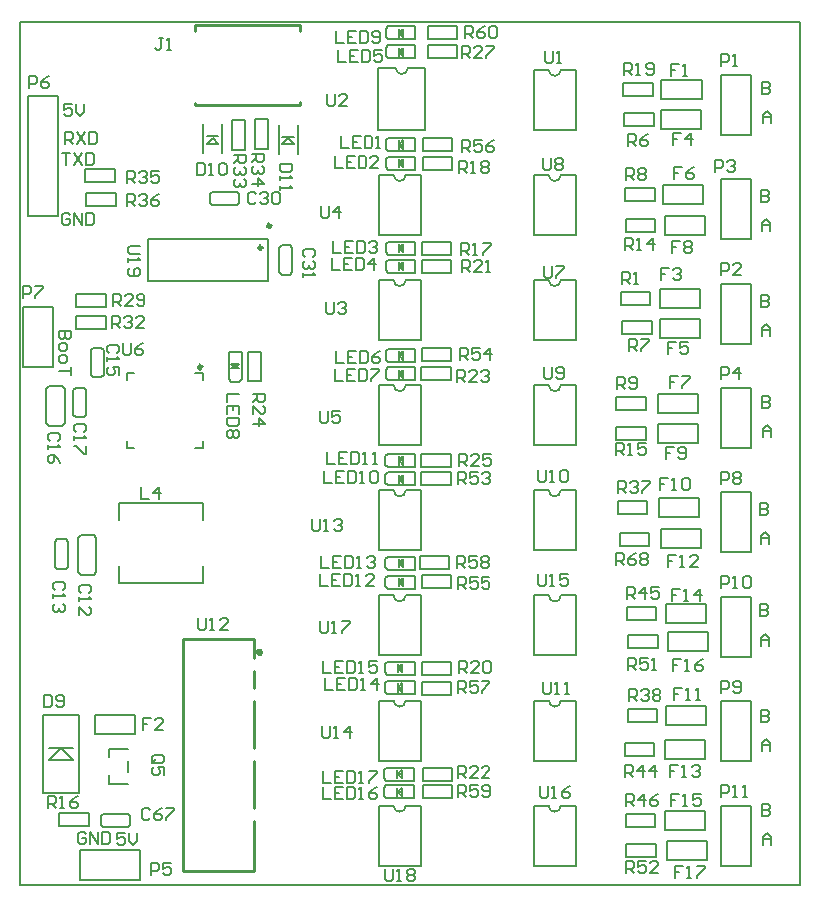
<source format=gto>
%FSLAX25Y25*%
%MOIN*%
G70*
G01*
G75*
%ADD10C,0.01000*%
%ADD11C,0.00800*%
%ADD12C,0.02000*%
%ADD13R,0.02756X0.03347*%
%ADD14R,0.03937X0.05118*%
%ADD15R,0.07874X0.07874*%
%ADD16R,0.17323X0.17323*%
%ADD17R,0.03937X0.00787*%
%ADD18R,0.00787X0.03937*%
%ADD19O,0.02205X0.06870*%
%ADD20R,0.03347X0.02756*%
%ADD21R,0.01181X0.03937*%
%ADD22R,0.05315X0.02559*%
%ADD23R,0.05118X0.03937*%
%ADD24R,0.09543X0.14252*%
%ADD25R,0.03937X0.02362*%
%ADD26O,0.05500X0.02500*%
%ADD27R,0.05500X0.02500*%
%ADD28R,0.05906X0.02500*%
%ADD29C,0.00500*%
%ADD30C,0.09961*%
%ADD31R,0.05906X0.05906*%
%ADD32C,0.05906*%
%ADD33R,0.05906X0.05906*%
%ADD34O,0.03937X0.08268*%
%ADD35C,0.02638*%
%ADD36C,0.06496*%
%ADD37C,0.02000*%
%ADD38C,0.03000*%
%ADD39R,0.02362X0.03937*%
%ADD40R,0.07874X0.07874*%
%ADD41C,0.01181*%
%ADD42C,0.00700*%
%ADD43C,0.00787*%
%ADD44C,0.00600*%
D10*
X-179301Y77434D02*
G03*
X-179301Y77434I-787J0D01*
G01*
X-166500Y259728D02*
Y260800D01*
X-201697Y259728D02*
Y260703D01*
Y284397D02*
Y286500D01*
X-166500Y284500D02*
Y286500D01*
X-201697D02*
X-166500D01*
X-201697Y259728D02*
X-166500D01*
X-205679Y81761D02*
X-182059D01*
X-205679Y4601D02*
Y81761D01*
Y4601D02*
X-182059D01*
Y21131D01*
X-182057Y75467D02*
Y81765D01*
Y65467D02*
Y71133D01*
Y45467D02*
Y61133D01*
Y25467D02*
Y41133D01*
D29*
X-135381Y26300D02*
G03*
X-131381Y26300I2000J0D01*
G01*
X-135381Y61343D02*
G03*
X-131381Y61343I2000J0D01*
G01*
X-135381Y96386D02*
G03*
X-131381Y96386I2000J0D01*
G01*
X-135381Y131429D02*
G03*
X-131381Y131429I2000J0D01*
G01*
X-135381Y166471D02*
G03*
X-131381Y166471I2000J0D01*
G01*
X-135381Y201514D02*
G03*
X-131381Y201514I2000J0D01*
G01*
X-135381Y236557D02*
G03*
X-131381Y236557I2000J0D01*
G01*
X-83681Y271600D02*
G03*
X-79681Y271600I2000J0D01*
G01*
X-83681Y236557D02*
G03*
X-79681Y236557I2000J0D01*
G01*
X-83681Y201514D02*
G03*
X-79681Y201514I2000J0D01*
G01*
X-83681Y166471D02*
G03*
X-79681Y166471I2000J0D01*
G01*
X-83681Y131429D02*
G03*
X-79681Y131429I2000J0D01*
G01*
X-83681Y96386D02*
G03*
X-79681Y96386I2000J0D01*
G01*
X-83681Y61343D02*
G03*
X-79681Y61343I2000J0D01*
G01*
X-83681Y26300D02*
G03*
X-79681Y26300I2000J0D01*
G01*
X-57368Y58465D02*
X-47526D01*
X-57368Y54135D02*
X-47526D01*
X-57368D02*
Y58465D01*
X-47526Y54135D02*
Y58465D01*
X-60769Y127965D02*
X-50926D01*
X-60769Y123635D02*
X-50926D01*
X-60769D02*
Y127965D01*
X-50926Y123635D02*
Y127965D01*
X-46830Y122650D02*
Y128950D01*
X-33444Y122650D02*
Y128950D01*
X-45846Y128950D02*
Y128950D01*
X-46830Y122650D02*
X-33444D01*
X-46830Y128950D02*
X-33444D01*
X-58069Y23465D02*
X-48226D01*
X-58069Y19135D02*
X-48226D01*
X-58069D02*
Y23465D01*
X-48226Y19135D02*
Y23465D01*
X-57768Y92565D02*
X-47926D01*
X-57768Y88235D02*
X-47926D01*
X-57768D02*
Y92565D01*
X-47926Y88235D02*
Y92565D01*
X-252105Y30582D02*
X-240295D01*
Y56566D01*
X-252105D02*
X-240295D01*
X-252105Y30582D02*
Y56566D01*
X-250137Y41605D02*
X-242263D01*
X-250137Y45542D02*
X-242263D01*
X-250137Y41605D02*
X-246200Y45542D01*
X-242263Y41605D01*
X-46630Y198650D02*
X-33244D01*
X-46630Y192350D02*
X-33244D01*
X-45646Y198650D02*
Y198650D01*
X-33244Y192350D02*
Y198650D01*
X-46630Y192350D02*
Y198650D01*
X-48426Y227935D02*
Y232265D01*
X-58268Y227935D02*
Y232265D01*
Y227935D02*
X-48426D01*
X-58268Y232265D02*
X-48426D01*
X-51326Y158235D02*
Y162565D01*
X-61168Y158235D02*
Y162565D01*
Y158235D02*
X-51326D01*
X-61168Y162565D02*
X-51326D01*
X-49026Y262935D02*
Y267265D01*
X-58868Y262935D02*
Y267265D01*
Y262935D02*
X-49026D01*
X-58868Y267265D02*
X-49026D01*
X-49826Y193235D02*
Y197565D01*
X-59668Y193235D02*
Y197565D01*
Y193235D02*
X-49826D01*
X-59668Y197565D02*
X-49826D01*
X-238274Y234069D02*
Y238400D01*
X-228432Y234069D02*
Y238400D01*
X-238274D02*
X-228432D01*
X-238274Y234069D02*
X-228432D01*
X-237774Y226269D02*
Y230600D01*
X-227931Y226269D02*
Y230600D01*
X-237774D02*
X-227931D01*
X-237774Y226269D02*
X-227931D01*
X-187613Y230865D02*
X-186826Y230078D01*
X-187613Y226535D02*
X-186826Y227322D01*
X-196669D02*
X-195881Y226535D01*
X-196669Y230078D02*
X-195881Y230865D01*
X-187613D01*
X-196669Y227322D02*
Y230078D01*
X-186826Y227322D02*
Y230078D01*
X-195881Y226535D02*
X-187613D01*
X-169922Y203326D02*
X-169135Y204113D01*
X-173465D02*
X-172678Y203326D01*
X-173465Y212381D02*
X-172678Y213169D01*
X-169922D02*
X-169135Y212381D01*
Y204113D02*
Y212381D01*
X-172678Y213169D02*
X-169922D01*
X-172678Y203326D02*
X-169922D01*
X-173465Y204113D02*
Y212381D01*
X-192650Y243800D02*
Y253500D01*
X-195768Y249006D02*
X-193800Y247038D01*
X-197737D02*
X-195768Y249006D01*
X-197737Y247038D02*
X-193800D01*
X-197737Y249400D02*
X-193800D01*
X-198950Y243800D02*
Y253500D01*
X-189365Y254774D02*
X-185035D01*
X-189365Y244932D02*
X-185035D01*
Y254774D01*
X-189365Y244932D02*
Y254774D01*
X-181665Y255074D02*
X-177335D01*
X-181665Y245232D02*
X-177335D01*
Y255074D01*
X-181665Y245232D02*
Y255074D01*
X-167350Y243600D02*
Y253300D01*
X-170468Y248806D02*
X-168500Y246838D01*
X-172437D02*
X-170468Y248806D01*
X-172437Y246838D02*
X-168500D01*
X-172437Y249200D02*
X-168500D01*
X-173650Y243600D02*
Y253300D01*
X-231326Y185369D02*
Y189700D01*
X-241168Y185369D02*
Y189700D01*
Y185369D02*
X-231326D01*
X-241168Y189700D02*
X-231326D01*
X-241274Y192469D02*
Y196800D01*
X-231432Y192469D02*
Y196800D01*
X-241274D02*
X-231432D01*
X-241274Y192469D02*
X-231432D01*
X-232822Y169126D02*
X-232035Y169913D01*
X-236365D02*
X-235578Y169126D01*
X-236365Y178181D02*
X-235578Y178969D01*
X-232822D02*
X-232035Y178181D01*
Y169913D02*
Y178181D01*
X-235578Y178969D02*
X-232822D01*
X-235578Y169126D02*
X-232822D01*
X-236365Y169913D02*
Y178181D01*
X-242165Y164787D02*
X-241378Y165574D01*
X-238622D02*
X-237835Y164787D01*
X-238622Y155731D02*
X-237835Y156519D01*
X-242165D02*
X-241378Y155731D01*
X-242165Y156519D02*
Y164787D01*
X-241378Y155731D02*
X-238622D01*
X-241378Y165574D02*
X-238622D01*
X-237835Y156519D02*
Y164787D01*
X-245050Y153828D02*
Y165246D01*
X-250365Y166230D02*
X-246035D01*
X-251350Y153828D02*
Y165246D01*
X-250365Y152844D02*
X-246035D01*
X-251350Y153828D02*
X-250365Y152844D01*
X-246035D02*
X-245050Y153828D01*
X-251350Y165246D02*
X-250365Y166230D01*
X-245050Y165246D02*
X-245050D01*
X-246035Y166230D02*
X-245050Y165246D01*
X-186822Y167626D02*
X-186035Y168413D01*
X-188200Y172055D02*
Y173433D01*
X-189578D02*
X-188200Y172055D01*
X-186822Y173433D01*
X-189578D02*
X-186822D01*
X-189578Y172055D02*
X-186822D01*
X-190365Y168413D02*
X-189578Y167626D01*
X-186035Y168413D02*
Y177469D01*
X-189578Y167626D02*
X-186822D01*
X-190365Y168413D02*
Y177469D01*
X-186035D01*
X-183865Y167826D02*
X-179535D01*
X-183865Y177668D02*
X-179535D01*
X-183865Y167826D02*
Y177668D01*
X-179535Y167826D02*
Y177668D01*
X-244722Y105226D02*
X-243935Y106013D01*
X-248265D02*
X-247478Y105226D01*
X-248265Y114281D02*
X-247478Y115068D01*
X-244722D02*
X-243935Y114281D01*
Y106013D02*
Y114281D01*
X-247478Y115068D02*
X-244722D01*
X-247478Y105226D02*
X-244722D01*
X-248265Y106013D02*
Y114281D01*
X-240750Y104054D02*
Y115472D01*
X-239765Y103070D02*
X-235435D01*
X-234450Y104054D02*
Y115472D01*
X-239765Y116456D02*
X-235435D01*
X-234450Y115472D01*
X-240750Y115472D02*
X-239765Y116456D01*
X-235435Y103070D02*
X-234450Y104054D01*
X-240750D02*
X-240750D01*
X-239765Y103070D01*
X-234856Y50350D02*
X-221470D01*
X-234856Y56650D02*
X-221470D01*
X-222454Y50350D02*
Y50350D01*
X-234856Y50350D02*
Y56650D01*
X-221470Y50350D02*
Y56650D01*
X-230368Y33531D02*
X-224068D01*
X-230368Y45342D02*
X-224068D01*
Y37665D02*
Y41209D01*
X-230368Y33531D02*
Y36484D01*
Y42390D02*
Y45342D01*
X-232974Y20022D02*
X-232187Y19235D01*
X-232974Y22778D02*
X-232187Y23565D01*
X-223919D02*
X-223131Y22778D01*
X-223919Y19235D02*
X-223131Y20022D01*
X-232187Y19235D02*
X-223919D01*
X-223131Y20022D02*
Y22778D01*
X-232974Y20022D02*
Y22778D01*
X-232187Y23565D02*
X-223919D01*
X-246774Y19535D02*
Y23865D01*
X-236931Y19535D02*
Y23865D01*
X-246774D02*
X-236931D01*
X-246774Y19535D02*
X-236931D01*
X-131381Y26300D02*
X-126381D01*
X-140381D02*
X-135381D01*
X-140381Y6300D02*
X-126381D01*
Y26300D01*
X-140381Y6300D02*
Y26300D01*
X-128732Y34635D02*
Y38965D01*
X-137787D02*
X-128732D01*
X-138574Y35422D02*
Y38178D01*
X-137787Y34635D02*
X-128732D01*
X-138574Y38178D02*
X-137787Y38965D01*
X-134145Y35422D02*
Y38178D01*
X-132767Y35422D02*
Y38178D01*
X-134145Y36800D02*
X-132767Y35422D01*
X-134145Y36800D02*
X-132767Y38178D01*
X-134145Y36800D02*
X-132767D01*
X-138574Y35422D02*
X-137787Y34635D01*
X-128732Y28735D02*
Y33065D01*
X-137787D02*
X-128732D01*
X-138574Y29522D02*
Y32278D01*
X-137787Y28735D02*
X-128732D01*
X-138574Y32278D02*
X-137787Y33065D01*
X-134145Y29522D02*
Y32278D01*
X-132767Y29522D02*
Y32278D01*
X-134145Y30900D02*
X-132767Y29522D01*
X-134145Y30900D02*
X-132767Y32278D01*
X-134145Y30900D02*
X-132767D01*
X-138574Y29522D02*
X-137787Y28735D01*
X-125669Y33065D02*
X-115826D01*
X-125669Y28735D02*
X-115826D01*
X-125669D02*
Y33065D01*
X-115826Y28735D02*
Y33065D01*
Y34635D02*
Y38965D01*
X-125669Y34635D02*
Y38965D01*
Y34635D02*
X-115826D01*
X-125669Y38965D02*
X-115826D01*
X-131381Y61343D02*
X-126381D01*
X-140381D02*
X-135381D01*
X-140381Y41343D02*
X-126381D01*
Y61343D01*
X-140381Y41343D02*
Y61343D01*
X-128431Y70035D02*
Y74365D01*
X-137487D02*
X-128431D01*
X-138274Y70822D02*
Y73578D01*
X-137487Y70035D02*
X-128431D01*
X-138274Y73578D02*
X-137487Y74365D01*
X-133845Y70822D02*
Y73578D01*
X-132467Y70822D02*
Y73578D01*
X-133845Y72200D02*
X-132467Y70822D01*
X-133845Y72200D02*
X-132467Y73578D01*
X-133845Y72200D02*
X-132467D01*
X-138274Y70822D02*
X-137487Y70035D01*
X-128431Y63535D02*
Y67865D01*
X-137487D02*
X-128431D01*
X-138274Y64322D02*
Y67078D01*
X-137487Y63535D02*
X-128431D01*
X-138274Y67078D02*
X-137487Y67865D01*
X-133845Y64322D02*
Y67078D01*
X-132467Y64322D02*
Y67078D01*
X-133845Y65700D02*
X-132467Y64322D01*
X-133845Y65700D02*
X-132467Y67078D01*
X-133845Y65700D02*
X-132467D01*
X-138274Y64322D02*
X-137487Y63535D01*
X-126068Y67665D02*
X-116226D01*
X-126068Y63335D02*
X-116226D01*
X-126068D02*
Y67665D01*
X-116226Y63335D02*
Y67665D01*
Y69835D02*
Y74165D01*
X-126068Y69835D02*
Y74165D01*
Y69835D02*
X-116226D01*
X-126068Y74165D02*
X-116226D01*
X-131381Y96386D02*
X-126381D01*
X-140381D02*
X-135381D01*
X-140381Y76386D02*
X-126381D01*
Y96386D01*
X-140381Y76386D02*
Y96386D01*
X-128331Y105035D02*
Y109365D01*
X-137387D02*
X-128331D01*
X-138174Y105822D02*
Y108578D01*
X-137387Y105035D02*
X-128331D01*
X-138174Y108578D02*
X-137387Y109365D01*
X-133745Y105822D02*
Y108578D01*
X-132367Y105822D02*
Y108578D01*
X-133745Y107200D02*
X-132367Y105822D01*
X-133745Y107200D02*
X-132367Y108578D01*
X-133745Y107200D02*
X-132367D01*
X-138174Y105822D02*
X-137387Y105035D01*
X-126068Y103165D02*
X-116226D01*
X-126068Y98835D02*
X-116226D01*
X-126068D02*
Y103165D01*
X-116226Y98835D02*
Y103165D01*
X-128331Y98635D02*
Y102965D01*
X-137387D02*
X-128331D01*
X-138174Y99422D02*
Y102178D01*
X-137387Y98635D02*
X-128331D01*
X-138174Y102178D02*
X-137387Y102965D01*
X-133745Y99422D02*
Y102178D01*
X-132367Y99422D02*
Y102178D01*
X-133745Y100800D02*
X-132367Y99422D01*
X-133745Y100800D02*
X-132367Y102178D01*
X-133745Y100800D02*
X-132367D01*
X-138174Y99422D02*
X-137387Y98635D01*
X-126669Y109565D02*
X-116826D01*
X-126669Y105235D02*
X-116826D01*
X-126669D02*
Y109565D01*
X-116826Y105235D02*
Y109565D01*
X-131381Y131429D02*
X-126381D01*
X-140381D02*
X-135381D01*
X-140381Y111428D02*
X-126381D01*
Y131429D01*
X-140381Y111428D02*
Y131429D01*
X-128331Y139235D02*
Y143565D01*
X-137387D02*
X-128331D01*
X-138174Y140022D02*
Y142778D01*
X-137387Y139235D02*
X-128331D01*
X-138174Y142778D02*
X-137387Y143565D01*
X-133745Y140022D02*
Y142778D01*
X-132367Y140022D02*
Y142778D01*
X-133745Y141400D02*
X-132367Y140022D01*
X-133745Y141400D02*
X-132367Y142778D01*
X-133745Y141400D02*
X-132367D01*
X-138174Y140022D02*
X-137387Y139235D01*
X-128331Y133135D02*
Y137465D01*
X-137387D02*
X-128331D01*
X-138174Y133922D02*
Y136678D01*
X-137387Y133135D02*
X-128331D01*
X-138174Y136678D02*
X-137387Y137465D01*
X-133745Y133922D02*
Y136678D01*
X-132367Y133922D02*
Y136678D01*
X-133745Y135300D02*
X-132367Y133922D01*
X-133745Y135300D02*
X-132367Y136678D01*
X-133745Y135300D02*
X-132367D01*
X-138174Y133922D02*
X-137387Y133135D01*
X-126268Y137565D02*
X-116426D01*
X-126268Y133235D02*
X-116426D01*
X-126268D02*
Y137565D01*
X-116426Y133235D02*
Y137565D01*
Y139235D02*
Y143565D01*
X-126268Y139235D02*
Y143565D01*
Y139235D02*
X-116426D01*
X-126268Y143565D02*
X-116426D01*
X-131381Y166471D02*
X-126381D01*
X-140381D02*
X-135381D01*
X-140381Y146471D02*
X-126381D01*
Y166471D01*
X-140381Y146471D02*
Y166471D01*
X-137974Y175022D02*
X-137187Y174235D01*
X-133545Y176400D02*
X-132167D01*
X-133545D02*
X-132167Y177778D01*
X-133545Y176400D02*
X-132167Y175022D01*
Y177778D01*
X-133545Y175022D02*
Y177778D01*
X-137974Y177778D02*
X-137187Y178565D01*
X-137187Y174235D02*
X-128131D01*
X-137974Y175022D02*
Y177778D01*
X-137187Y178565D02*
X-128131D01*
Y174235D02*
Y178565D01*
X-137974Y168922D02*
X-137187Y168135D01*
X-133545Y170300D02*
X-132167D01*
X-133545D02*
X-132167Y171678D01*
X-133545Y170300D02*
X-132167Y168922D01*
Y171678D01*
X-133545Y168922D02*
Y171678D01*
X-137974Y171678D02*
X-137187Y172465D01*
X-137187Y168135D02*
X-128131D01*
X-137974Y168922D02*
Y171678D01*
X-137187Y172465D02*
X-128131D01*
Y168135D02*
Y172465D01*
X-116426Y168235D02*
Y172565D01*
X-126268Y168235D02*
Y172565D01*
Y168235D02*
X-116426D01*
X-126268Y172565D02*
X-116426D01*
X-125969Y178765D02*
X-116126D01*
X-125969Y174435D02*
X-116126D01*
X-125969D02*
Y178765D01*
X-116126Y174435D02*
Y178765D01*
X-131381Y201514D02*
X-126381D01*
X-140381D02*
X-135381D01*
X-140381Y181514D02*
X-126381D01*
Y201514D01*
X-140381Y181514D02*
Y201514D01*
X-138074Y210722D02*
X-137287Y209935D01*
X-133645Y212100D02*
X-132267D01*
X-133645D02*
X-132267Y213478D01*
X-133645Y212100D02*
X-132267Y210722D01*
Y213478D01*
X-133645Y210722D02*
Y213478D01*
X-138074Y213478D02*
X-137287Y214265D01*
X-137287Y209935D02*
X-128232D01*
X-138074Y210722D02*
Y213478D01*
X-137287Y214265D02*
X-128232D01*
Y209935D02*
Y214265D01*
X-138074Y204822D02*
X-137287Y204035D01*
X-133645Y206200D02*
X-132267D01*
X-133645D02*
X-132267Y207578D01*
X-133645Y206200D02*
X-132267Y204822D01*
Y207578D01*
X-133645Y204822D02*
Y207578D01*
X-138074Y207578D02*
X-137287Y208365D01*
X-137287Y204035D02*
X-128232D01*
X-138074Y204822D02*
Y207578D01*
X-137287Y208365D02*
X-128232D01*
Y204035D02*
Y208365D01*
X-116126Y209935D02*
Y214265D01*
X-125969Y209935D02*
Y214265D01*
Y209935D02*
X-116126D01*
X-125969Y214265D02*
X-116126D01*
Y204035D02*
Y208365D01*
X-125969Y204035D02*
Y208365D01*
Y204035D02*
X-116126D01*
X-125969Y208365D02*
X-116126D01*
X-131381Y236557D02*
X-126381D01*
X-140381D02*
X-135381D01*
X-140381Y216557D02*
X-126381D01*
Y236557D01*
X-140381Y216557D02*
Y236557D01*
X-138074Y245322D02*
X-137287Y244535D01*
X-133645Y246700D02*
X-132267D01*
X-133645D02*
X-132267Y248078D01*
X-133645Y246700D02*
X-132267Y245322D01*
Y248078D01*
X-133645Y245322D02*
Y248078D01*
X-138074Y248078D02*
X-137287Y248865D01*
X-137287Y244535D02*
X-128232D01*
X-138074Y245322D02*
Y248078D01*
X-137287Y248865D02*
X-128232D01*
Y244535D02*
Y248865D01*
X-138074Y239122D02*
X-137287Y238335D01*
X-133645Y240500D02*
X-132267D01*
X-133645D02*
X-132267Y241878D01*
X-133645Y240500D02*
X-132267Y239122D01*
Y241878D01*
X-133645Y239122D02*
Y241878D01*
X-138074Y241878D02*
X-137287Y242665D01*
X-137287Y238335D02*
X-128232D01*
X-138074Y239122D02*
Y241878D01*
X-137287Y242665D02*
X-128232D01*
Y238335D02*
Y242665D01*
X-115826Y238335D02*
Y242665D01*
X-125669Y238335D02*
Y242665D01*
Y238335D02*
X-115826D01*
X-125669Y242665D02*
X-115826D01*
X-125768Y248865D02*
X-115926D01*
X-125768Y244535D02*
X-115926D01*
X-125768D02*
Y248865D01*
X-115926Y244535D02*
Y248865D01*
X-138074Y282622D02*
X-137287Y281835D01*
X-133645Y284000D02*
X-132267D01*
X-133645D02*
X-132267Y285378D01*
X-133645Y284000D02*
X-132267Y282622D01*
Y285378D01*
X-133645Y282622D02*
Y285378D01*
X-138074Y285378D02*
X-137287Y286165D01*
X-137287Y281835D02*
X-128232D01*
X-138074Y282622D02*
Y285378D01*
X-137287Y286165D02*
X-128232D01*
Y281835D02*
Y286165D01*
X-138074Y276222D02*
X-137287Y275435D01*
X-133645Y277600D02*
X-132267D01*
X-133645D02*
X-132267Y278978D01*
X-133645Y277600D02*
X-132267Y276222D01*
Y278978D01*
X-133645Y276222D02*
Y278978D01*
X-138074Y278978D02*
X-137287Y279765D01*
X-137287Y275435D02*
X-128232D01*
X-138074Y276222D02*
Y278978D01*
X-137287Y279765D02*
X-128232D01*
Y275435D02*
Y279765D01*
X-114226Y275635D02*
Y279965D01*
X-124068Y275635D02*
Y279965D01*
Y275635D02*
X-114226D01*
X-124068Y279965D02*
X-114226D01*
X-124068Y286265D02*
X-114226D01*
X-124068Y281935D02*
X-114226D01*
X-124068D02*
Y286265D01*
X-114226Y281935D02*
Y286265D01*
X-79681Y271600D02*
X-74681D01*
X-88681D02*
X-83681D01*
X-88681Y251600D02*
X-74681D01*
Y271600D01*
X-88681Y251600D02*
Y271600D01*
X-79681Y236557D02*
X-74681D01*
X-88681D02*
X-83681D01*
X-88681Y216557D02*
X-74681D01*
Y236557D01*
X-88681Y216557D02*
Y236557D01*
X-79681Y201514D02*
X-74681D01*
X-88681D02*
X-83681D01*
X-88681Y181514D02*
X-74681D01*
Y201514D01*
X-88681Y181514D02*
Y201514D01*
X-79681Y166471D02*
X-74681D01*
X-88681D02*
X-83681D01*
X-88681Y146471D02*
X-74681D01*
Y166471D01*
X-88681Y146471D02*
Y166471D01*
X-79681Y131429D02*
X-74681D01*
X-88681D02*
X-83681D01*
X-88681Y111428D02*
X-74681D01*
Y131429D01*
X-88681Y111428D02*
Y131429D01*
X-79681Y96386D02*
X-74681D01*
X-88681D02*
X-83681D01*
X-88681Y76386D02*
X-74681D01*
Y96386D01*
X-88681Y76386D02*
Y96386D01*
X-79681Y61343D02*
X-74681D01*
X-88681D02*
X-83681D01*
X-88681Y41343D02*
X-74681D01*
Y61343D01*
X-88681Y41343D02*
Y61343D01*
X-79681Y26300D02*
X-74681D01*
X-88681D02*
X-83681D01*
X-88681Y6300D02*
X-74681D01*
Y26300D01*
X-88681Y6300D02*
Y26300D01*
X-58474Y252935D02*
Y257265D01*
X-48632Y252935D02*
Y257265D01*
X-58474D02*
X-48632D01*
X-58474Y252935D02*
X-48632D01*
X-46330Y258250D02*
X-32944D01*
X-46330Y251950D02*
X-32944D01*
X-45346Y258250D02*
Y258250D01*
X-32944Y251950D02*
Y258250D01*
X-46330Y251950D02*
Y258250D01*
X-46130Y268250D02*
X-32744D01*
X-46130Y261950D02*
X-32744D01*
X-45146Y268250D02*
Y268250D01*
X-32744Y261950D02*
Y268250D01*
X-46130Y261950D02*
Y268250D01*
X-58074Y217635D02*
Y221965D01*
X-48232Y217635D02*
Y221965D01*
X-58074D02*
X-48232D01*
X-58074Y217635D02*
X-48232D01*
X-45030Y222850D02*
X-31644D01*
X-45030Y216550D02*
X-31644D01*
X-44046Y222850D02*
Y222850D01*
X-31644Y216550D02*
Y222850D01*
X-45030Y216550D02*
Y222850D01*
X-45530Y233250D02*
X-32144D01*
X-45530Y226950D02*
X-32144D01*
X-44546Y233250D02*
Y233250D01*
X-32144Y226950D02*
Y233250D01*
X-45530Y226950D02*
Y233250D01*
X-59274Y183535D02*
Y187865D01*
X-49431Y183535D02*
Y187865D01*
X-59274D02*
X-49431D01*
X-59274Y183535D02*
X-49431D01*
X-46630Y188650D02*
X-33244D01*
X-46630Y182350D02*
X-33244D01*
X-45646Y188650D02*
Y188650D01*
X-33244Y182350D02*
Y188650D01*
X-46630Y182350D02*
Y188650D01*
X-61174Y148335D02*
Y152665D01*
X-51332Y148335D02*
Y152665D01*
X-61174D02*
X-51332D01*
X-61174Y148335D02*
X-51332D01*
X-47430Y153650D02*
X-34044D01*
X-47430Y147350D02*
X-34044D01*
X-46446Y153650D02*
Y153650D01*
X-34044Y147350D02*
Y153650D01*
X-47430Y147350D02*
Y153650D01*
Y163550D02*
X-34044D01*
X-47430Y157250D02*
X-34044D01*
X-46446Y163550D02*
Y163550D01*
X-34044Y157250D02*
Y163550D01*
X-47430Y157250D02*
Y163550D01*
X-59974Y112835D02*
X-50131D01*
X-59974Y117165D02*
X-50131D01*
Y112835D02*
Y117165D01*
X-59974Y112835D02*
Y117165D01*
X-46430Y112150D02*
Y118450D01*
X-33044Y112150D02*
Y118450D01*
X-45446Y118450D02*
Y118450D01*
X-46430Y112150D02*
X-33044D01*
X-46430Y118450D02*
X-33044D01*
X-57174Y78835D02*
X-47332D01*
X-57174Y83165D02*
X-47332D01*
Y78835D02*
Y83165D01*
X-57174Y78835D02*
Y83165D01*
X-43930Y77750D02*
Y84050D01*
X-30544Y77750D02*
Y84050D01*
X-42946Y84050D02*
Y84050D01*
X-43930Y77750D02*
X-30544D01*
X-43930Y84050D02*
X-30544D01*
X-44630Y87250D02*
Y93550D01*
X-31244Y87250D02*
Y93550D01*
X-43646Y93550D02*
Y93550D01*
X-44630Y87250D02*
X-31244D01*
X-44630Y93550D02*
X-31244D01*
X-58374Y42735D02*
X-48531D01*
X-58374Y47065D02*
X-48531D01*
Y42735D02*
Y47065D01*
X-58374Y42735D02*
Y47065D01*
X-45030Y41950D02*
Y48250D01*
X-31644Y41950D02*
Y48250D01*
X-44046Y48250D02*
Y48250D01*
X-45030Y41950D02*
X-31644D01*
X-45030Y48250D02*
X-31644D01*
X-44530Y53250D02*
Y59550D01*
X-31144Y53250D02*
Y59550D01*
X-43546Y59550D02*
Y59550D01*
X-44530Y53250D02*
X-31144D01*
X-44530Y59550D02*
X-31144D01*
X-57874Y9235D02*
X-48031D01*
X-57874Y13565D02*
X-48031D01*
Y9235D02*
Y13565D01*
X-57874Y9235D02*
Y13565D01*
X-44330Y8150D02*
Y14450D01*
X-30944Y8150D02*
Y14450D01*
X-43346Y14450D02*
Y14450D01*
X-44330Y8150D02*
X-30944D01*
X-44330Y14450D02*
X-30944D01*
X-44930Y18150D02*
Y24450D01*
X-31544Y18150D02*
Y24450D01*
X-43946Y24450D02*
Y24450D01*
X-44930Y18150D02*
X-31544D01*
X-44930Y24450D02*
X-31544D01*
X-61200Y106600D02*
Y110599D01*
X-59201D01*
X-58534Y109932D01*
Y108599D01*
X-59201Y107933D01*
X-61200D01*
X-59867D02*
X-58534Y106600D01*
X-54536Y110599D02*
X-55868Y109932D01*
X-57201Y108599D01*
Y107266D01*
X-56535Y106600D01*
X-55202D01*
X-54536Y107266D01*
Y107933D01*
X-55202Y108599D01*
X-57201D01*
X-53203Y109932D02*
X-52536Y110599D01*
X-51203D01*
X-50537Y109932D01*
Y109266D01*
X-51203Y108599D01*
X-50537Y107933D01*
Y107266D01*
X-51203Y106600D01*
X-52536D01*
X-53203Y107266D01*
Y107933D01*
X-52536Y108599D01*
X-53203Y109266D01*
Y109932D01*
X-52536Y108599D02*
X-51203D01*
X-162600Y121799D02*
Y118466D01*
X-161934Y117800D01*
X-160601D01*
X-159934Y118466D01*
Y121799D01*
X-158601Y117800D02*
X-157268D01*
X-157935D01*
Y121799D01*
X-158601Y121132D01*
X-155269D02*
X-154603Y121799D01*
X-153270D01*
X-152603Y121132D01*
Y120466D01*
X-153270Y119799D01*
X-153936D01*
X-153270D01*
X-152603Y119133D01*
Y118466D01*
X-153270Y117800D01*
X-154603D01*
X-155269Y118466D01*
X-138400Y5199D02*
Y1867D01*
X-137733Y1200D01*
X-136401D01*
X-135734Y1867D01*
Y5199D01*
X-134401Y1200D02*
X-133068D01*
X-133735D01*
Y5199D01*
X-134401Y4532D01*
X-131069D02*
X-130403Y5199D01*
X-129070D01*
X-128403Y4532D01*
Y3866D01*
X-129070Y3199D01*
X-128403Y2533D01*
Y1867D01*
X-129070Y1200D01*
X-130403D01*
X-131069Y1867D01*
Y2533D01*
X-130403Y3199D01*
X-131069Y3866D01*
Y4532D01*
X-130403Y3199D02*
X-129070D01*
X-160000Y87884D02*
Y84552D01*
X-159334Y83886D01*
X-158001D01*
X-157334Y84552D01*
Y87884D01*
X-156001Y83886D02*
X-154668D01*
X-155335D01*
Y87884D01*
X-156001Y87218D01*
X-152669Y87884D02*
X-150003D01*
Y87218D01*
X-152669Y84552D01*
Y83886D01*
X-86700Y32799D02*
Y29466D01*
X-86034Y28800D01*
X-84701D01*
X-84034Y29466D01*
Y32799D01*
X-82701Y28800D02*
X-81368D01*
X-82035D01*
Y32799D01*
X-82701Y32132D01*
X-76703Y32799D02*
X-78036Y32132D01*
X-79369Y30799D01*
Y29466D01*
X-78703Y28800D01*
X-77370D01*
X-76703Y29466D01*
Y30133D01*
X-77370Y30799D01*
X-79369D01*
X-87202Y103601D02*
Y100269D01*
X-86536Y99602D01*
X-85203D01*
X-84537Y100269D01*
Y103601D01*
X-83204Y99602D02*
X-81871D01*
X-82537D01*
Y103601D01*
X-83204Y102935D01*
X-77206Y103601D02*
X-79871D01*
Y101602D01*
X-78539Y102268D01*
X-77872D01*
X-77206Y101602D01*
Y100269D01*
X-77872Y99602D01*
X-79205D01*
X-79871Y100269D01*
X-159200Y52842D02*
Y49509D01*
X-158534Y48843D01*
X-157201D01*
X-156534Y49509D01*
Y52842D01*
X-155201Y48843D02*
X-153868D01*
X-154535D01*
Y52842D01*
X-155201Y52175D01*
X-149870Y48843D02*
Y52842D01*
X-151869Y50842D01*
X-149203D01*
X-85600Y67599D02*
Y64266D01*
X-84934Y63600D01*
X-83601D01*
X-82934Y64266D01*
Y67599D01*
X-81601Y63600D02*
X-80268D01*
X-80935D01*
Y67599D01*
X-81601Y66932D01*
X-78269Y63600D02*
X-76936D01*
X-77603D01*
Y67599D01*
X-78269Y66932D01*
X-87200Y138199D02*
Y134866D01*
X-86534Y134200D01*
X-85201D01*
X-84534Y134866D01*
Y138199D01*
X-83201Y134200D02*
X-81868D01*
X-82535D01*
Y138199D01*
X-83201Y137532D01*
X-79869D02*
X-79203Y138199D01*
X-77870D01*
X-77203Y137532D01*
Y134866D01*
X-77870Y134200D01*
X-79203D01*
X-79869Y134866D01*
Y137532D01*
X-111600Y282100D02*
Y286099D01*
X-109601D01*
X-108934Y285432D01*
Y284099D01*
X-109601Y283433D01*
X-111600D01*
X-110267D02*
X-108934Y282100D01*
X-104936Y286099D02*
X-106268Y285432D01*
X-107601Y284099D01*
Y282766D01*
X-106935Y282100D01*
X-105602D01*
X-104936Y282766D01*
Y283433D01*
X-105602Y284099D01*
X-107601D01*
X-103603Y285432D02*
X-102936Y286099D01*
X-101603D01*
X-100937Y285432D01*
Y282766D01*
X-101603Y282100D01*
X-102936D01*
X-103603Y282766D01*
Y285432D01*
X-113800Y29100D02*
Y33099D01*
X-111801D01*
X-111134Y32432D01*
Y31099D01*
X-111801Y30433D01*
X-113800D01*
X-112467D02*
X-111134Y29100D01*
X-107135Y33099D02*
X-109801D01*
Y31099D01*
X-108468Y31766D01*
X-107802D01*
X-107135Y31099D01*
Y29766D01*
X-107802Y29100D01*
X-109135D01*
X-109801Y29766D01*
X-105803D02*
X-105136Y29100D01*
X-103803D01*
X-103137Y29766D01*
Y32432D01*
X-103803Y33099D01*
X-105136D01*
X-105803Y32432D01*
Y31766D01*
X-105136Y31099D01*
X-103137D01*
X-114200Y105400D02*
Y109399D01*
X-112201D01*
X-111534Y108732D01*
Y107399D01*
X-112201Y106733D01*
X-114200D01*
X-112867D02*
X-111534Y105400D01*
X-107536Y109399D02*
X-110201D01*
Y107399D01*
X-108868Y108066D01*
X-108202D01*
X-107536Y107399D01*
Y106067D01*
X-108202Y105400D01*
X-109535D01*
X-110201Y106067D01*
X-106203Y108732D02*
X-105536Y109399D01*
X-104203D01*
X-103537Y108732D01*
Y108066D01*
X-104203Y107399D01*
X-103537Y106733D01*
Y106067D01*
X-104203Y105400D01*
X-105536D01*
X-106203Y106067D01*
Y106733D01*
X-105536Y107399D01*
X-106203Y108066D01*
Y108732D01*
X-105536Y107399D02*
X-104203D01*
X-114100Y64000D02*
Y67999D01*
X-112101D01*
X-111434Y67332D01*
Y65999D01*
X-112101Y65333D01*
X-114100D01*
X-112767D02*
X-111434Y64000D01*
X-107436Y67999D02*
X-110101D01*
Y65999D01*
X-108768Y66666D01*
X-108102D01*
X-107436Y65999D01*
Y64666D01*
X-108102Y64000D01*
X-109435D01*
X-110101Y64666D01*
X-106103Y67999D02*
X-103437D01*
Y67332D01*
X-106103Y64666D01*
Y64000D01*
X-112500Y244100D02*
Y248099D01*
X-110501D01*
X-109834Y247432D01*
Y246099D01*
X-110501Y245433D01*
X-112500D01*
X-111167D02*
X-109834Y244100D01*
X-105835Y248099D02*
X-108501D01*
Y246099D01*
X-107168Y246766D01*
X-106502D01*
X-105835Y246099D01*
Y244766D01*
X-106502Y244100D01*
X-107835D01*
X-108501Y244766D01*
X-101837Y248099D02*
X-103170Y247432D01*
X-104503Y246099D01*
Y244766D01*
X-103836Y244100D01*
X-102503D01*
X-101837Y244766D01*
Y245433D01*
X-102503Y246099D01*
X-104503D01*
X-114100Y98700D02*
Y102699D01*
X-112101D01*
X-111434Y102032D01*
Y100699D01*
X-112101Y100033D01*
X-114100D01*
X-112767D02*
X-111434Y98700D01*
X-107436Y102699D02*
X-110101D01*
Y100699D01*
X-108768Y101366D01*
X-108102D01*
X-107436Y100699D01*
Y99366D01*
X-108102Y98700D01*
X-109435D01*
X-110101Y99366D01*
X-103437Y102699D02*
X-106103D01*
Y100699D01*
X-104770Y101366D01*
X-104103D01*
X-103437Y100699D01*
Y99366D01*
X-104103Y98700D01*
X-105436D01*
X-106103Y99366D01*
X-113378Y174776D02*
Y178774D01*
X-111379D01*
X-110712Y178108D01*
Y176775D01*
X-111379Y176108D01*
X-113378D01*
X-112045D02*
X-110712Y174776D01*
X-106713Y178774D02*
X-109379D01*
Y176775D01*
X-108046Y177441D01*
X-107380D01*
X-106713Y176775D01*
Y175442D01*
X-107380Y174776D01*
X-108713D01*
X-109379Y175442D01*
X-103381Y174776D02*
Y178774D01*
X-105380Y176775D01*
X-102715D01*
X-113900Y133700D02*
Y137699D01*
X-111901D01*
X-111234Y137032D01*
Y135699D01*
X-111901Y135033D01*
X-113900D01*
X-112567D02*
X-111234Y133700D01*
X-107236Y137699D02*
X-109901D01*
Y135699D01*
X-108568Y136366D01*
X-107902D01*
X-107236Y135699D01*
Y134367D01*
X-107902Y133700D01*
X-109235D01*
X-109901Y134367D01*
X-105903Y137032D02*
X-105236Y137699D01*
X-103903D01*
X-103237Y137032D01*
Y136366D01*
X-103903Y135699D01*
X-104570D01*
X-103903D01*
X-103237Y135033D01*
Y134367D01*
X-103903Y133700D01*
X-105236D01*
X-105903Y134367D01*
X-58000Y4000D02*
Y7999D01*
X-56001D01*
X-55334Y7332D01*
Y5999D01*
X-56001Y5333D01*
X-58000D01*
X-56667D02*
X-55334Y4000D01*
X-51336Y7999D02*
X-54001D01*
Y5999D01*
X-52668Y6666D01*
X-52002D01*
X-51336Y5999D01*
Y4666D01*
X-52002Y4000D01*
X-53335D01*
X-54001Y4666D01*
X-47337Y4000D02*
X-50003D01*
X-47337Y6666D01*
Y7332D01*
X-48003Y7999D01*
X-49336D01*
X-50003Y7332D01*
X-57300Y71561D02*
Y75560D01*
X-55301D01*
X-54634Y74893D01*
Y73560D01*
X-55301Y72894D01*
X-57300D01*
X-55967D02*
X-54634Y71561D01*
X-50635Y75560D02*
X-53301D01*
Y73560D01*
X-51968Y74227D01*
X-51302D01*
X-50635Y73560D01*
Y72227D01*
X-51302Y71561D01*
X-52635D01*
X-53301Y72227D01*
X-49303Y71561D02*
X-47970D01*
X-48636D01*
Y75560D01*
X-49303Y74893D01*
X-57800Y26200D02*
Y30199D01*
X-55801D01*
X-55134Y29532D01*
Y28199D01*
X-55801Y27533D01*
X-57800D01*
X-56467D02*
X-55134Y26200D01*
X-51802D02*
Y30199D01*
X-53801Y28199D01*
X-51135D01*
X-47137Y30199D02*
X-48470Y29532D01*
X-49803Y28199D01*
Y26866D01*
X-49136Y26200D01*
X-47803D01*
X-47137Y26866D01*
Y27533D01*
X-47803Y28199D01*
X-49803D01*
X-57500Y95300D02*
Y99299D01*
X-55501D01*
X-54834Y98632D01*
Y97299D01*
X-55501Y96633D01*
X-57500D01*
X-56167D02*
X-54834Y95300D01*
X-51502D02*
Y99299D01*
X-53501Y97299D01*
X-50836D01*
X-46837Y99299D02*
X-49503D01*
Y97299D01*
X-48170Y97966D01*
X-47503D01*
X-46837Y97299D01*
Y95966D01*
X-47503Y95300D01*
X-48836D01*
X-49503Y95966D01*
X-58400Y35794D02*
Y39793D01*
X-56401D01*
X-55734Y39127D01*
Y37794D01*
X-56401Y37127D01*
X-58400D01*
X-57067D02*
X-55734Y35794D01*
X-52402D02*
Y39793D01*
X-54401Y37794D01*
X-51736D01*
X-48403Y35794D02*
Y39793D01*
X-50403Y37794D01*
X-47737D01*
X-57100Y61200D02*
Y65199D01*
X-55101D01*
X-54434Y64532D01*
Y63199D01*
X-55101Y62533D01*
X-57100D01*
X-55767D02*
X-54434Y61200D01*
X-53101Y64532D02*
X-52435Y65199D01*
X-51102D01*
X-50436Y64532D01*
Y63866D01*
X-51102Y63199D01*
X-51768D01*
X-51102D01*
X-50436Y62533D01*
Y61866D01*
X-51102Y61200D01*
X-52435D01*
X-53101Y61866D01*
X-49103Y64532D02*
X-48436Y65199D01*
X-47103D01*
X-46437Y64532D01*
Y63866D01*
X-47103Y63199D01*
X-46437Y62533D01*
Y61866D01*
X-47103Y61200D01*
X-48436D01*
X-49103Y61866D01*
Y62533D01*
X-48436Y63199D01*
X-49103Y63866D01*
Y64532D01*
X-48436Y63199D02*
X-47103D01*
X-60500Y130700D02*
Y134699D01*
X-58501D01*
X-57834Y134032D01*
Y132699D01*
X-58501Y132033D01*
X-60500D01*
X-59167D02*
X-57834Y130700D01*
X-56501Y134032D02*
X-55835Y134699D01*
X-54502D01*
X-53835Y134032D01*
Y133366D01*
X-54502Y132699D01*
X-55168D01*
X-54502D01*
X-53835Y132033D01*
Y131367D01*
X-54502Y130700D01*
X-55835D01*
X-56501Y131367D01*
X-52503Y134699D02*
X-49837D01*
Y134032D01*
X-52503Y131367D01*
Y130700D01*
X-26300Y29200D02*
Y33199D01*
X-24301D01*
X-23634Y32532D01*
Y31199D01*
X-24301Y30533D01*
X-26300D01*
X-22301Y29200D02*
X-20968D01*
X-21635D01*
Y33199D01*
X-22301Y32532D01*
X-18969Y29200D02*
X-17636D01*
X-18303D01*
Y33199D01*
X-18969Y32532D01*
X-26300Y98800D02*
Y102799D01*
X-24301D01*
X-23634Y102132D01*
Y100799D01*
X-24301Y100133D01*
X-26300D01*
X-22301Y98800D02*
X-20968D01*
X-21635D01*
Y102799D01*
X-22301Y102132D01*
X-18969D02*
X-18303Y102799D01*
X-16970D01*
X-16303Y102132D01*
Y99466D01*
X-16970Y98800D01*
X-18303D01*
X-18969Y99466D01*
Y102132D01*
X-26300Y64000D02*
Y67999D01*
X-24301D01*
X-23634Y67332D01*
Y65999D01*
X-24301Y65333D01*
X-26300D01*
X-22301Y64666D02*
X-21635Y64000D01*
X-20302D01*
X-19636Y64666D01*
Y67332D01*
X-20302Y67999D01*
X-21635D01*
X-22301Y67332D01*
Y66666D01*
X-21635Y65999D01*
X-19636D01*
X-26300Y133600D02*
Y137599D01*
X-24301D01*
X-23634Y136932D01*
Y135599D01*
X-24301Y134933D01*
X-26300D01*
X-22301Y136932D02*
X-21635Y137599D01*
X-20302D01*
X-19636Y136932D01*
Y136266D01*
X-20302Y135599D01*
X-19636Y134933D01*
Y134266D01*
X-20302Y133600D01*
X-21635D01*
X-22301Y134266D01*
Y134933D01*
X-21635Y135599D01*
X-22301Y136266D01*
Y136932D01*
X-21635Y135599D02*
X-20302D01*
X-158900Y37799D02*
Y33800D01*
X-156234D01*
X-152235Y37799D02*
X-154901D01*
Y33800D01*
X-152235D01*
X-154901Y35799D02*
X-153568D01*
X-150903Y37799D02*
Y33800D01*
X-148903D01*
X-148237Y34466D01*
Y37132D01*
X-148903Y37799D01*
X-150903D01*
X-146904Y33800D02*
X-145571D01*
X-146237D01*
Y37799D01*
X-146904Y37132D01*
X-143572Y37799D02*
X-140906D01*
Y37132D01*
X-143572Y34466D01*
Y33800D01*
X-159000Y32499D02*
Y28500D01*
X-156334D01*
X-152336Y32499D02*
X-155001D01*
Y28500D01*
X-152336D01*
X-155001Y30499D02*
X-153668D01*
X-151003Y32499D02*
Y28500D01*
X-149003D01*
X-148337Y29166D01*
Y31832D01*
X-149003Y32499D01*
X-151003D01*
X-147004Y28500D02*
X-145671D01*
X-146337D01*
Y32499D01*
X-147004Y31832D01*
X-141006Y32499D02*
X-142339Y31832D01*
X-143672Y30499D01*
Y29166D01*
X-143005Y28500D01*
X-141672D01*
X-141006Y29166D01*
Y29833D01*
X-141672Y30499D01*
X-143672D01*
X-159000Y74499D02*
Y70500D01*
X-156334D01*
X-152336Y74499D02*
X-155001D01*
Y70500D01*
X-152336D01*
X-155001Y72499D02*
X-153668D01*
X-151003Y74499D02*
Y70500D01*
X-149003D01*
X-148337Y71166D01*
Y73832D01*
X-149003Y74499D01*
X-151003D01*
X-147004Y70500D02*
X-145671D01*
X-146337D01*
Y74499D01*
X-147004Y73832D01*
X-141006Y74499D02*
X-143672D01*
Y72499D01*
X-142339Y73166D01*
X-141672D01*
X-141006Y72499D01*
Y71166D01*
X-141672Y70500D01*
X-143005D01*
X-143672Y71166D01*
X-158400Y68999D02*
Y65000D01*
X-155734D01*
X-151735Y68999D02*
X-154401D01*
Y65000D01*
X-151735D01*
X-154401Y66999D02*
X-153068D01*
X-150403Y68999D02*
Y65000D01*
X-148403D01*
X-147737Y65666D01*
Y68332D01*
X-148403Y68999D01*
X-150403D01*
X-146404Y65000D02*
X-145071D01*
X-145737D01*
Y68999D01*
X-146404Y68332D01*
X-141072Y65000D02*
Y68999D01*
X-143072Y66999D01*
X-140406D01*
X-159600Y109499D02*
Y105500D01*
X-156934D01*
X-152936Y109499D02*
X-155601D01*
Y105500D01*
X-152936D01*
X-155601Y107499D02*
X-154268D01*
X-151603Y109499D02*
Y105500D01*
X-149603D01*
X-148937Y106167D01*
Y108832D01*
X-149603Y109499D01*
X-151603D01*
X-147604Y105500D02*
X-146271D01*
X-146937D01*
Y109499D01*
X-147604Y108832D01*
X-144272D02*
X-143605Y109499D01*
X-142272D01*
X-141606Y108832D01*
Y108166D01*
X-142272Y107499D01*
X-142939D01*
X-142272D01*
X-141606Y106833D01*
Y106167D01*
X-142272Y105500D01*
X-143605D01*
X-144272Y106167D01*
X-159900Y103499D02*
Y99500D01*
X-157234D01*
X-153235Y103499D02*
X-155901D01*
Y99500D01*
X-153235D01*
X-155901Y101499D02*
X-154568D01*
X-151903Y103499D02*
Y99500D01*
X-149903D01*
X-149237Y100166D01*
Y102832D01*
X-149903Y103499D01*
X-151903D01*
X-147904Y99500D02*
X-146571D01*
X-147237D01*
Y103499D01*
X-147904Y102832D01*
X-141906Y99500D02*
X-144572D01*
X-141906Y102166D01*
Y102832D01*
X-142572Y103499D01*
X-143905D01*
X-144572Y102832D01*
X-157700Y144099D02*
Y140100D01*
X-155034D01*
X-151035Y144099D02*
X-153701D01*
Y140100D01*
X-151035D01*
X-153701Y142099D02*
X-152368D01*
X-149703Y144099D02*
Y140100D01*
X-147703D01*
X-147037Y140767D01*
Y143432D01*
X-147703Y144099D01*
X-149703D01*
X-145704Y140100D02*
X-144371D01*
X-145037D01*
Y144099D01*
X-145704Y143432D01*
X-142372Y140100D02*
X-141039D01*
X-141705D01*
Y144099D01*
X-142372Y143432D01*
X-158700Y137799D02*
Y133800D01*
X-156034D01*
X-152035Y137799D02*
X-154701D01*
Y133800D01*
X-152035D01*
X-154701Y135799D02*
X-153368D01*
X-150703Y137799D02*
Y133800D01*
X-148703D01*
X-148037Y134467D01*
Y137132D01*
X-148703Y137799D01*
X-150703D01*
X-146704Y133800D02*
X-145371D01*
X-146037D01*
Y137799D01*
X-146704Y137132D01*
X-143372D02*
X-142705Y137799D01*
X-141372D01*
X-140706Y137132D01*
Y134467D01*
X-141372Y133800D01*
X-142705D01*
X-143372Y134467D01*
Y137132D01*
X-38934Y6193D02*
X-41600D01*
Y4194D01*
X-40267D01*
X-41600D01*
Y2194D01*
X-37601D02*
X-36268D01*
X-36935D01*
Y6193D01*
X-37601Y5527D01*
X-34269Y6193D02*
X-31603D01*
Y5527D01*
X-34269Y2861D01*
Y2194D01*
X-39734Y75093D02*
X-42400D01*
Y73094D01*
X-41067D01*
X-42400D01*
Y71095D01*
X-38401D02*
X-37068D01*
X-37735D01*
Y75093D01*
X-38401Y74427D01*
X-32403Y75093D02*
X-33736Y74427D01*
X-35069Y73094D01*
Y71761D01*
X-34403Y71095D01*
X-33070D01*
X-32403Y71761D01*
Y72427D01*
X-33070Y73094D01*
X-35069D01*
X-40134Y30299D02*
X-42800D01*
Y28299D01*
X-41467D01*
X-42800D01*
Y26300D01*
X-38801D02*
X-37468D01*
X-38135D01*
Y30299D01*
X-38801Y29632D01*
X-32803Y30299D02*
X-35469D01*
Y28299D01*
X-34136Y28966D01*
X-33470D01*
X-32803Y28299D01*
Y26966D01*
X-33470Y26300D01*
X-34803D01*
X-35469Y26966D01*
X-39934Y98599D02*
X-42600D01*
Y96599D01*
X-41267D01*
X-42600D01*
Y94600D01*
X-38601D02*
X-37268D01*
X-37935D01*
Y98599D01*
X-38601Y97932D01*
X-33270Y94600D02*
Y98599D01*
X-35269Y96599D01*
X-32603D01*
X-40534Y39793D02*
X-43200D01*
Y37794D01*
X-41867D01*
X-43200D01*
Y35794D01*
X-39201D02*
X-37868D01*
X-38535D01*
Y39793D01*
X-39201Y39127D01*
X-35869D02*
X-35203Y39793D01*
X-33870D01*
X-33203Y39127D01*
Y38460D01*
X-33870Y37794D01*
X-34536D01*
X-33870D01*
X-33203Y37127D01*
Y36461D01*
X-33870Y35794D01*
X-35203D01*
X-35869Y36461D01*
X-41234Y109899D02*
X-43900D01*
Y107899D01*
X-42567D01*
X-43900D01*
Y105900D01*
X-39901D02*
X-38568D01*
X-39235D01*
Y109899D01*
X-39901Y109232D01*
X-33903Y105900D02*
X-36569D01*
X-33903Y108566D01*
Y109232D01*
X-34570Y109899D01*
X-35903D01*
X-36569Y109232D01*
X-39234Y65404D02*
X-41900D01*
Y63405D01*
X-40567D01*
X-41900D01*
Y61405D01*
X-37901D02*
X-36568D01*
X-37235D01*
Y65404D01*
X-37901Y64738D01*
X-34569Y61405D02*
X-33236D01*
X-33903D01*
Y65404D01*
X-34569Y64738D01*
X-43934Y135699D02*
X-46600D01*
Y133699D01*
X-45267D01*
X-46600D01*
Y131700D01*
X-42601D02*
X-41268D01*
X-41935D01*
Y135699D01*
X-42601Y135032D01*
X-39269D02*
X-38603Y135699D01*
X-37270D01*
X-36603Y135032D01*
Y132367D01*
X-37270Y131700D01*
X-38603D01*
X-39269Y132367D01*
Y135032D01*
X-237019Y97177D02*
X-236352Y97843D01*
Y99176D01*
X-237019Y99843D01*
X-239685D01*
X-240351Y99176D01*
Y97843D01*
X-239685Y97177D01*
X-240351Y95844D02*
Y94511D01*
Y95178D01*
X-236352D01*
X-237019Y95844D01*
X-240351Y89846D02*
Y92512D01*
X-237685Y89846D01*
X-237019D01*
X-236352Y90513D01*
Y91845D01*
X-237019Y92512D01*
X-245768Y98334D02*
X-245101Y99001D01*
Y100334D01*
X-245768Y101000D01*
X-248434D01*
X-249100Y100334D01*
Y99001D01*
X-248434Y98334D01*
X-249100Y97001D02*
Y95668D01*
Y96335D01*
X-245101D01*
X-245768Y97001D01*
Y93669D02*
X-245101Y93003D01*
Y91670D01*
X-245768Y91003D01*
X-246434D01*
X-247101Y91670D01*
Y92336D01*
Y91670D01*
X-247767Y91003D01*
X-248434D01*
X-249100Y91670D01*
Y93003D01*
X-248434Y93669D01*
X-227695Y177212D02*
X-227028Y177879D01*
Y179211D01*
X-227695Y179878D01*
X-230360D01*
X-231027Y179211D01*
Y177879D01*
X-230360Y177212D01*
X-231027Y175879D02*
Y174546D01*
Y175213D01*
X-227028D01*
X-227695Y175879D01*
X-227028Y169881D02*
Y172547D01*
X-229027D01*
X-228361Y171214D01*
Y170548D01*
X-229027Y169881D01*
X-230360D01*
X-231027Y170548D01*
Y171880D01*
X-230360Y172547D01*
X-247368Y147734D02*
X-246701Y148401D01*
Y149733D01*
X-247368Y150400D01*
X-250034D01*
X-250700Y149733D01*
Y148401D01*
X-250034Y147734D01*
X-250700Y146401D02*
Y145068D01*
Y145735D01*
X-246701D01*
X-247368Y146401D01*
X-246701Y140403D02*
X-247368Y141736D01*
X-248701Y143069D01*
X-250034D01*
X-250700Y142403D01*
Y141070D01*
X-250034Y140403D01*
X-249367D01*
X-248701Y141070D01*
Y143069D01*
X-238568Y151034D02*
X-237901Y151701D01*
Y153033D01*
X-238568Y153700D01*
X-241234D01*
X-241900Y153033D01*
Y151701D01*
X-241234Y151034D01*
X-241900Y149701D02*
Y148368D01*
Y149035D01*
X-237901D01*
X-238568Y149701D01*
X-237901Y146369D02*
Y143703D01*
X-238568D01*
X-241234Y146369D01*
X-241900D01*
X-216734Y24732D02*
X-217401Y25399D01*
X-218734D01*
X-219400Y24732D01*
Y22066D01*
X-218734Y21400D01*
X-217401D01*
X-216734Y22066D01*
X-212736Y25399D02*
X-214068Y24732D01*
X-215401Y23399D01*
Y22066D01*
X-214735Y21400D01*
X-213402D01*
X-212736Y22066D01*
Y22733D01*
X-213402Y23399D01*
X-215401D01*
X-211403Y25399D02*
X-208737D01*
Y24732D01*
X-211403Y22066D01*
Y21400D01*
X-251900Y63299D02*
Y59300D01*
X-249901D01*
X-249234Y59966D01*
Y62632D01*
X-249901Y63299D01*
X-251900D01*
X-247901Y59966D02*
X-247235Y59300D01*
X-245902D01*
X-245235Y59966D01*
Y62632D01*
X-245902Y63299D01*
X-247235D01*
X-247901Y62632D01*
Y61966D01*
X-247235Y61299D01*
X-245235D01*
X-40134Y273499D02*
X-42800D01*
Y271499D01*
X-41467D01*
X-42800D01*
Y269500D01*
X-38801D02*
X-37468D01*
X-38135D01*
Y273499D01*
X-38801Y272832D01*
X-216134Y55499D02*
X-218800D01*
Y53499D01*
X-217467D01*
X-218800D01*
Y51500D01*
X-212136D02*
X-214801D01*
X-212136Y54166D01*
Y54832D01*
X-212802Y55499D01*
X-214135D01*
X-214801Y54832D01*
X-43734Y205399D02*
X-46400D01*
Y203399D01*
X-45067D01*
X-46400D01*
Y201400D01*
X-42401Y204732D02*
X-41735Y205399D01*
X-40402D01*
X-39735Y204732D01*
Y204066D01*
X-40402Y203399D01*
X-41068D01*
X-40402D01*
X-39735Y202733D01*
Y202066D01*
X-40402Y201400D01*
X-41735D01*
X-42401Y202066D01*
X-39534Y250699D02*
X-42200D01*
Y248699D01*
X-40867D01*
X-42200D01*
Y246700D01*
X-36202D02*
Y250699D01*
X-38201Y248699D01*
X-35535D01*
X-41234Y180899D02*
X-43900D01*
Y178899D01*
X-42567D01*
X-43900D01*
Y176900D01*
X-37236Y180899D02*
X-39901D01*
Y178899D01*
X-38568Y179566D01*
X-37902D01*
X-37236Y178899D01*
Y177567D01*
X-37902Y176900D01*
X-39235D01*
X-39901Y177567D01*
X-39334Y239099D02*
X-42000D01*
Y237099D01*
X-40667D01*
X-42000D01*
Y235100D01*
X-35335Y239099D02*
X-36668Y238432D01*
X-38001Y237099D01*
Y235766D01*
X-37335Y235100D01*
X-36002D01*
X-35335Y235766D01*
Y236433D01*
X-36002Y237099D01*
X-38001D01*
X-40634Y169499D02*
X-43300D01*
Y167499D01*
X-41967D01*
X-43300D01*
Y165500D01*
X-39301Y169499D02*
X-36636D01*
Y168832D01*
X-39301Y166166D01*
Y165500D01*
X-40034Y214499D02*
X-42700D01*
Y212499D01*
X-41367D01*
X-42700D01*
Y210500D01*
X-38701Y213832D02*
X-38035Y214499D01*
X-36702D01*
X-36035Y213832D01*
Y213166D01*
X-36702Y212499D01*
X-36035Y211833D01*
Y211166D01*
X-36702Y210500D01*
X-38035D01*
X-38701Y211166D01*
Y211833D01*
X-38035Y212499D01*
X-38701Y213166D01*
Y213832D01*
X-38035Y212499D02*
X-36702D01*
X-41834Y145899D02*
X-44500D01*
Y143899D01*
X-43167D01*
X-44500D01*
Y141900D01*
X-40501Y142567D02*
X-39835Y141900D01*
X-38502D01*
X-37835Y142567D01*
Y145232D01*
X-38502Y145899D01*
X-39835D01*
X-40501Y145232D01*
Y144566D01*
X-39835Y143899D01*
X-37835D01*
X-212134Y282099D02*
X-213467D01*
X-212801D01*
Y278766D01*
X-213467Y278100D01*
X-214134D01*
X-214800Y278766D01*
X-210801Y278100D02*
X-209468D01*
X-210135D01*
Y282099D01*
X-210801Y281432D01*
X-153100Y249699D02*
Y245700D01*
X-150434D01*
X-146435Y249699D02*
X-149101D01*
Y245700D01*
X-146435D01*
X-149101Y247699D02*
X-147768D01*
X-145103Y249699D02*
Y245700D01*
X-143103D01*
X-142437Y246366D01*
Y249032D01*
X-143103Y249699D01*
X-145103D01*
X-141104Y245700D02*
X-139771D01*
X-140437D01*
Y249699D01*
X-141104Y249032D01*
X-155100Y242799D02*
Y238800D01*
X-152434D01*
X-148435Y242799D02*
X-151101D01*
Y238800D01*
X-148435D01*
X-151101Y240799D02*
X-149768D01*
X-147103Y242799D02*
Y238800D01*
X-145103D01*
X-144437Y239466D01*
Y242132D01*
X-145103Y242799D01*
X-147103D01*
X-140438Y238800D02*
X-143104D01*
X-140438Y241466D01*
Y242132D01*
X-141104Y242799D01*
X-142437D01*
X-143104Y242132D01*
X-155600Y214699D02*
Y210700D01*
X-152934D01*
X-148935Y214699D02*
X-151601D01*
Y210700D01*
X-148935D01*
X-151601Y212699D02*
X-150268D01*
X-147603Y214699D02*
Y210700D01*
X-145603D01*
X-144937Y211366D01*
Y214032D01*
X-145603Y214699D01*
X-147603D01*
X-143604Y214032D02*
X-142937Y214699D01*
X-141604D01*
X-140938Y214032D01*
Y213366D01*
X-141604Y212699D01*
X-142271D01*
X-141604D01*
X-140938Y212033D01*
Y211366D01*
X-141604Y210700D01*
X-142937D01*
X-143604Y211366D01*
X-155800Y208799D02*
Y204800D01*
X-153134D01*
X-149135Y208799D02*
X-151801D01*
Y204800D01*
X-149135D01*
X-151801Y206799D02*
X-150468D01*
X-147803Y208799D02*
Y204800D01*
X-145803D01*
X-145137Y205466D01*
Y208132D01*
X-145803Y208799D01*
X-147803D01*
X-141805Y204800D02*
Y208799D01*
X-143804Y206799D01*
X-141138D01*
X-153781Y278264D02*
Y274265D01*
X-151115D01*
X-147117Y278264D02*
X-149782D01*
Y274265D01*
X-147117D01*
X-149782Y276265D02*
X-148450D01*
X-145784Y278264D02*
Y274265D01*
X-143784D01*
X-143118Y274932D01*
Y277598D01*
X-143784Y278264D01*
X-145784D01*
X-139119D02*
X-141785D01*
Y276265D01*
X-140452Y276931D01*
X-139786D01*
X-139119Y276265D01*
Y274932D01*
X-139786Y274265D01*
X-141119D01*
X-141785Y274932D01*
X-154480Y177985D02*
Y173986D01*
X-151815D01*
X-147816Y177985D02*
X-150482D01*
Y173986D01*
X-147816D01*
X-150482Y175985D02*
X-149149D01*
X-146483Y177985D02*
Y173986D01*
X-144484D01*
X-143817Y174652D01*
Y177318D01*
X-144484Y177985D01*
X-146483D01*
X-139819D02*
X-141151Y177318D01*
X-142484Y175985D01*
Y174652D01*
X-141818Y173986D01*
X-140485D01*
X-139819Y174652D01*
Y175319D01*
X-140485Y175985D01*
X-142484D01*
X-155084Y171754D02*
Y167755D01*
X-152418D01*
X-148419Y171754D02*
X-151085D01*
Y167755D01*
X-148419D01*
X-151085Y169755D02*
X-149752D01*
X-147086Y171754D02*
Y167755D01*
X-145087D01*
X-144420Y168422D01*
Y171088D01*
X-145087Y171754D01*
X-147086D01*
X-143087D02*
X-140421D01*
Y171088D01*
X-143087Y168422D01*
Y167755D01*
X-186901Y163513D02*
X-190900D01*
Y160847D01*
X-186901Y156848D02*
Y159514D01*
X-190900D01*
Y156848D01*
X-188901Y159514D02*
Y158181D01*
X-186901Y155515D02*
X-190900D01*
Y153516D01*
X-190234Y152849D01*
X-187568D01*
X-186901Y153516D01*
Y155515D01*
X-187568Y151516D02*
X-186901Y150850D01*
Y149517D01*
X-187568Y148851D01*
X-188234D01*
X-188901Y149517D01*
X-189567Y148851D01*
X-190234D01*
X-190900Y149517D01*
Y150850D01*
X-190234Y151516D01*
X-189567D01*
X-188901Y150850D01*
X-188234Y151516D01*
X-187568D01*
X-188901Y150850D02*
Y149517D01*
X-154500Y284699D02*
Y280700D01*
X-151834D01*
X-147836Y284699D02*
X-150501D01*
Y280700D01*
X-147836D01*
X-150501Y282699D02*
X-149168D01*
X-146503Y284699D02*
Y280700D01*
X-144503D01*
X-143837Y281366D01*
Y284032D01*
X-144503Y284699D01*
X-146503D01*
X-142504Y281366D02*
X-141837Y280700D01*
X-140505D01*
X-139838Y281366D01*
Y284032D01*
X-140505Y284699D01*
X-141837D01*
X-142504Y284032D01*
Y283366D01*
X-141837Y282699D01*
X-139838D01*
X-26300Y272900D02*
Y276899D01*
X-24301D01*
X-23634Y276232D01*
Y274899D01*
X-24301Y274233D01*
X-26300D01*
X-22301Y272900D02*
X-20968D01*
X-21635D01*
Y276899D01*
X-22301Y276232D01*
X-26300Y203300D02*
Y207299D01*
X-24301D01*
X-23634Y206632D01*
Y205299D01*
X-24301Y204633D01*
X-26300D01*
X-19636Y203300D02*
X-22301D01*
X-19636Y205966D01*
Y206632D01*
X-20302Y207299D01*
X-21635D01*
X-22301Y206632D01*
X-28400Y237686D02*
Y241684D01*
X-26401D01*
X-25734Y241018D01*
Y239685D01*
X-26401Y239019D01*
X-28400D01*
X-24401Y241018D02*
X-23735Y241684D01*
X-22402D01*
X-21735Y241018D01*
Y240352D01*
X-22402Y239685D01*
X-23068D01*
X-22402D01*
X-21735Y239019D01*
Y238352D01*
X-22402Y237686D01*
X-23735D01*
X-24401Y238352D01*
X-26300Y168500D02*
Y172499D01*
X-24301D01*
X-23634Y171832D01*
Y170499D01*
X-24301Y169833D01*
X-26300D01*
X-20302Y168500D02*
Y172499D01*
X-22301Y170499D01*
X-19636D01*
X-216400Y3100D02*
Y7099D01*
X-214401D01*
X-213734Y6432D01*
Y5099D01*
X-214401Y4433D01*
X-216400D01*
X-209735Y7099D02*
X-212401D01*
Y5099D01*
X-211068Y5766D01*
X-210402D01*
X-209735Y5099D01*
Y3766D01*
X-210402Y3100D01*
X-211735D01*
X-212401Y3766D01*
X-257100Y265700D02*
Y269699D01*
X-255101D01*
X-254434Y269032D01*
Y267699D01*
X-255101Y267033D01*
X-257100D01*
X-250435Y269699D02*
X-251768Y269032D01*
X-253101Y267699D01*
Y266366D01*
X-252435Y265700D01*
X-251102D01*
X-250435Y266366D01*
Y267033D01*
X-251102Y267699D01*
X-253101D01*
X-259000Y195400D02*
Y199399D01*
X-257001D01*
X-256334Y198732D01*
Y197399D01*
X-257001Y196733D01*
X-259000D01*
X-255001Y199399D02*
X-252336D01*
Y198732D01*
X-255001Y196066D01*
Y195400D01*
X-215434Y40434D02*
X-212768D01*
X-212101Y41101D01*
Y42434D01*
X-212768Y43100D01*
X-215434D01*
X-216100Y42434D01*
Y41101D01*
X-214767Y41767D02*
X-216100Y40434D01*
Y41101D02*
X-215434Y40434D01*
X-212101Y36435D02*
Y39101D01*
X-214101D01*
X-213434Y37768D01*
Y37102D01*
X-214101Y36435D01*
X-215434D01*
X-216100Y37102D01*
Y38435D01*
X-215434Y39101D01*
X-112900Y209800D02*
Y213799D01*
X-110901D01*
X-110234Y213132D01*
Y211799D01*
X-110901Y211133D01*
X-112900D01*
X-111567D02*
X-110234Y209800D01*
X-108901D02*
X-107568D01*
X-108235D01*
Y213799D01*
X-108901Y213132D01*
X-105569Y213799D02*
X-102903D01*
Y213132D01*
X-105569Y210466D01*
Y209800D01*
X-113478Y237327D02*
Y241325D01*
X-111479D01*
X-110812Y240659D01*
Y239326D01*
X-111479Y238660D01*
X-113478D01*
X-112145D02*
X-110812Y237327D01*
X-109479D02*
X-108146D01*
X-108813D01*
Y241325D01*
X-109479Y240659D01*
X-106147D02*
X-105481Y241325D01*
X-104148D01*
X-103481Y240659D01*
Y239993D01*
X-104148Y239326D01*
X-103481Y238660D01*
Y237993D01*
X-104148Y237327D01*
X-105481D01*
X-106147Y237993D01*
Y238660D01*
X-105481Y239326D01*
X-106147Y239993D01*
Y240659D01*
X-105481Y239326D02*
X-104148D01*
X-113500Y70400D02*
Y74399D01*
X-111501D01*
X-110834Y73732D01*
Y72399D01*
X-111501Y71733D01*
X-113500D01*
X-112167D02*
X-110834Y70400D01*
X-106835D02*
X-109501D01*
X-106835Y73066D01*
Y73732D01*
X-107502Y74399D01*
X-108835D01*
X-109501Y73732D01*
X-105503D02*
X-104836Y74399D01*
X-103503D01*
X-102837Y73732D01*
Y71066D01*
X-103503Y70400D01*
X-104836D01*
X-105503Y71066D01*
Y73732D01*
X-112700Y204100D02*
Y208099D01*
X-110701D01*
X-110034Y207432D01*
Y206099D01*
X-110701Y205433D01*
X-112700D01*
X-111367D02*
X-110034Y204100D01*
X-106035D02*
X-108701D01*
X-106035Y206766D01*
Y207432D01*
X-106702Y208099D01*
X-108035D01*
X-108701Y207432D01*
X-104703Y204100D02*
X-103370D01*
X-104036D01*
Y208099D01*
X-104703Y207432D01*
X-114100Y35600D02*
Y39599D01*
X-112101D01*
X-111434Y38932D01*
Y37599D01*
X-112101Y36933D01*
X-114100D01*
X-112767D02*
X-111434Y35600D01*
X-107436D02*
X-110101D01*
X-107436Y38266D01*
Y38932D01*
X-108102Y39599D01*
X-109435D01*
X-110101Y38932D01*
X-103437Y35600D02*
X-106103D01*
X-103437Y38266D01*
Y38932D01*
X-104103Y39599D01*
X-105436D01*
X-106103Y38932D01*
X-114200Y167700D02*
Y171699D01*
X-112201D01*
X-111534Y171032D01*
Y169699D01*
X-112201Y169033D01*
X-114200D01*
X-112867D02*
X-111534Y167700D01*
X-107536D02*
X-110201D01*
X-107536Y170366D01*
Y171032D01*
X-108202Y171699D01*
X-109535D01*
X-110201Y171032D01*
X-106203D02*
X-105536Y171699D01*
X-104203D01*
X-103537Y171032D01*
Y170366D01*
X-104203Y169699D01*
X-104870D01*
X-104203D01*
X-103537Y169033D01*
Y168367D01*
X-104203Y167700D01*
X-105536D01*
X-106203Y168367D01*
X-182400Y163513D02*
X-178401D01*
Y161513D01*
X-179068Y160847D01*
X-180401D01*
X-181067Y161513D01*
Y163513D01*
Y162180D02*
X-182400Y160847D01*
Y156848D02*
Y159514D01*
X-179734Y156848D01*
X-179068D01*
X-178401Y157514D01*
Y158847D01*
X-179068Y159514D01*
X-182400Y153516D02*
X-178401D01*
X-180401Y155515D01*
Y152849D01*
X-113700Y139700D02*
Y143699D01*
X-111701D01*
X-111034Y143032D01*
Y141699D01*
X-111701Y141033D01*
X-113700D01*
X-112367D02*
X-111034Y139700D01*
X-107036D02*
X-109701D01*
X-107036Y142366D01*
Y143032D01*
X-107702Y143699D01*
X-109035D01*
X-109701Y143032D01*
X-103037Y143699D02*
X-105703D01*
Y141699D01*
X-104370Y142366D01*
X-103703D01*
X-103037Y141699D01*
Y140366D01*
X-103703Y139700D01*
X-105036D01*
X-105703Y140366D01*
X-112500Y275600D02*
Y279599D01*
X-110501D01*
X-109834Y278932D01*
Y277599D01*
X-110501Y276933D01*
X-112500D01*
X-111167D02*
X-109834Y275600D01*
X-105835D02*
X-108501D01*
X-105835Y278266D01*
Y278932D01*
X-106502Y279599D01*
X-107835D01*
X-108501Y278932D01*
X-104503Y279599D02*
X-101837D01*
Y278932D01*
X-104503Y276266D01*
Y275600D01*
X-84900Y277999D02*
Y274666D01*
X-84234Y274000D01*
X-82901D01*
X-82234Y274666D01*
Y277999D01*
X-80901Y274000D02*
X-79568D01*
X-80235D01*
Y277999D01*
X-80901Y277332D01*
X-85300Y206199D02*
Y202867D01*
X-84634Y202200D01*
X-83301D01*
X-82634Y202867D01*
Y206199D01*
X-81301D02*
X-78636D01*
Y205532D01*
X-81301Y202867D01*
Y202200D01*
X-85600Y242199D02*
Y238866D01*
X-84934Y238200D01*
X-83601D01*
X-82934Y238866D01*
Y242199D01*
X-81601Y241532D02*
X-80935Y242199D01*
X-79602D01*
X-78935Y241532D01*
Y240866D01*
X-79602Y240199D01*
X-78935Y239533D01*
Y238866D01*
X-79602Y238200D01*
X-80935D01*
X-81601Y238866D01*
Y239533D01*
X-80935Y240199D01*
X-81601Y240866D01*
Y241532D01*
X-80935Y240199D02*
X-79602D01*
X-85400Y172599D02*
Y169266D01*
X-84734Y168600D01*
X-83401D01*
X-82734Y169266D01*
Y172599D01*
X-81401Y169266D02*
X-80735Y168600D01*
X-79402D01*
X-78736Y169266D01*
Y171932D01*
X-79402Y172599D01*
X-80735D01*
X-81401Y171932D01*
Y171266D01*
X-80735Y170599D01*
X-78736D01*
X-219700Y132599D02*
Y128600D01*
X-217034D01*
X-213702D02*
Y132599D01*
X-215701Y130599D01*
X-213035D01*
X-200585Y88999D02*
Y85666D01*
X-199919Y85000D01*
X-198586D01*
X-197919Y85666D01*
Y88999D01*
X-196586Y85000D02*
X-195253D01*
X-195920D01*
Y88999D01*
X-196586Y88332D01*
X-190588Y85000D02*
X-193254D01*
X-190588Y87666D01*
Y88332D01*
X-191255Y88999D01*
X-192588D01*
X-193254Y88332D01*
X-225600Y180399D02*
Y177067D01*
X-224934Y176400D01*
X-223601D01*
X-222934Y177067D01*
Y180399D01*
X-218935D02*
X-220268Y179732D01*
X-221601Y178399D01*
Y177067D01*
X-220935Y176400D01*
X-219602D01*
X-218935Y177067D01*
Y177733D01*
X-219602Y178399D01*
X-221601D01*
X-59400Y200300D02*
Y204299D01*
X-57401D01*
X-56734Y203632D01*
Y202299D01*
X-57401Y201633D01*
X-59400D01*
X-58067D02*
X-56734Y200300D01*
X-55401D02*
X-54068D01*
X-54735D01*
Y204299D01*
X-55401Y203632D01*
X-57158Y246258D02*
Y250257D01*
X-55159D01*
X-54492Y249590D01*
Y248257D01*
X-55159Y247591D01*
X-57158D01*
X-55825D02*
X-54492Y246258D01*
X-50494Y250257D02*
X-51827Y249590D01*
X-53159Y248257D01*
Y246924D01*
X-52493Y246258D01*
X-51160D01*
X-50494Y246924D01*
Y247591D01*
X-51160Y248257D01*
X-53159D01*
X-57100Y177795D02*
Y181793D01*
X-55101D01*
X-54434Y181127D01*
Y179794D01*
X-55101Y179127D01*
X-57100D01*
X-55767D02*
X-54434Y177795D01*
X-53101Y181793D02*
X-50436D01*
Y181127D01*
X-53101Y178461D01*
Y177795D01*
X-58000Y235000D02*
Y238999D01*
X-56001D01*
X-55334Y238332D01*
Y236999D01*
X-56001Y236333D01*
X-58000D01*
X-56667D02*
X-55334Y235000D01*
X-54001Y238332D02*
X-53335Y238999D01*
X-52002D01*
X-51336Y238332D01*
Y237666D01*
X-52002Y236999D01*
X-51336Y236333D01*
Y235666D01*
X-52002Y235000D01*
X-53335D01*
X-54001Y235666D01*
Y236333D01*
X-53335Y236999D01*
X-54001Y237666D01*
Y238332D01*
X-53335Y236999D02*
X-52002D01*
X-60900Y165300D02*
Y169299D01*
X-58901D01*
X-58234Y168632D01*
Y167299D01*
X-58901Y166633D01*
X-60900D01*
X-59567D02*
X-58234Y165300D01*
X-56901Y165966D02*
X-56235Y165300D01*
X-54902D01*
X-54236Y165966D01*
Y168632D01*
X-54902Y169299D01*
X-56235D01*
X-56901Y168632D01*
Y167966D01*
X-56235Y167299D01*
X-54236D01*
X-58400Y211500D02*
Y215499D01*
X-56401D01*
X-55734Y214832D01*
Y213499D01*
X-56401Y212833D01*
X-58400D01*
X-57067D02*
X-55734Y211500D01*
X-54401D02*
X-53068D01*
X-53735D01*
Y215499D01*
X-54401Y214832D01*
X-49070Y211500D02*
Y215499D01*
X-51069Y213499D01*
X-48403D01*
X-61300Y143100D02*
Y147099D01*
X-59301D01*
X-58634Y146432D01*
Y145099D01*
X-59301Y144433D01*
X-61300D01*
X-59967D02*
X-58634Y143100D01*
X-57301D02*
X-55968D01*
X-56635D01*
Y147099D01*
X-57301Y146432D01*
X-51303Y147099D02*
X-53969D01*
Y145099D01*
X-52636Y145766D01*
X-51970D01*
X-51303Y145099D01*
Y143766D01*
X-51970Y143100D01*
X-53303D01*
X-53969Y143766D01*
X-250700Y25400D02*
Y29399D01*
X-248701D01*
X-248034Y28732D01*
Y27399D01*
X-248701Y26733D01*
X-250700D01*
X-249367D02*
X-248034Y25400D01*
X-246701D02*
X-245368D01*
X-246035D01*
Y29399D01*
X-246701Y28732D01*
X-240703Y29399D02*
X-242036Y28732D01*
X-243369Y27399D01*
Y26066D01*
X-242703Y25400D01*
X-241370D01*
X-240703Y26066D01*
Y26733D01*
X-241370Y27399D01*
X-243369D01*
X-58600Y270000D02*
Y273999D01*
X-56601D01*
X-55934Y273332D01*
Y271999D01*
X-56601Y271333D01*
X-58600D01*
X-57267D02*
X-55934Y270000D01*
X-54601D02*
X-53268D01*
X-53935D01*
Y273999D01*
X-54601Y273332D01*
X-51269Y270666D02*
X-50603Y270000D01*
X-49270D01*
X-48603Y270666D01*
Y273332D01*
X-49270Y273999D01*
X-50603D01*
X-51269Y273332D01*
Y272666D01*
X-50603Y271999D01*
X-48603D01*
X-229100Y192800D02*
Y196799D01*
X-227101D01*
X-226434Y196132D01*
Y194799D01*
X-227101Y194133D01*
X-229100D01*
X-227767D02*
X-226434Y192800D01*
X-222435D02*
X-225101D01*
X-222435Y195466D01*
Y196132D01*
X-223102Y196799D01*
X-224435D01*
X-225101Y196132D01*
X-221103Y193466D02*
X-220436Y192800D01*
X-219103D01*
X-218437Y193466D01*
Y196132D01*
X-219103Y196799D01*
X-220436D01*
X-221103Y196132D01*
Y195466D01*
X-220436Y194799D01*
X-218437D01*
X-229300Y185500D02*
Y189499D01*
X-227301D01*
X-226634Y188832D01*
Y187499D01*
X-227301Y186833D01*
X-229300D01*
X-227967D02*
X-226634Y185500D01*
X-225301Y188832D02*
X-224635Y189499D01*
X-223302D01*
X-222636Y188832D01*
Y188166D01*
X-223302Y187499D01*
X-223968D01*
X-223302D01*
X-222636Y186833D01*
Y186167D01*
X-223302Y185500D01*
X-224635D01*
X-225301Y186167D01*
X-218637Y185500D02*
X-221303D01*
X-218637Y188166D01*
Y188832D01*
X-219303Y189499D01*
X-220636D01*
X-221303Y188832D01*
X-188700Y243300D02*
X-184701D01*
Y241301D01*
X-185368Y240634D01*
X-186701D01*
X-187367Y241301D01*
Y243300D01*
Y241967D02*
X-188700Y240634D01*
X-185368Y239301D02*
X-184701Y238635D01*
Y237302D01*
X-185368Y236635D01*
X-186034D01*
X-186701Y237302D01*
Y237968D01*
Y237302D01*
X-187367Y236635D01*
X-188033D01*
X-188700Y237302D01*
Y238635D01*
X-188033Y239301D01*
X-185368Y235303D02*
X-184701Y234636D01*
Y233303D01*
X-185368Y232637D01*
X-186034D01*
X-186701Y233303D01*
Y233970D01*
Y233303D01*
X-187367Y232637D01*
X-188033D01*
X-188700Y233303D01*
Y234636D01*
X-188033Y235303D01*
X-182450Y243400D02*
X-178451D01*
Y241401D01*
X-179118Y240734D01*
X-180451D01*
X-181117Y241401D01*
Y243400D01*
Y242067D02*
X-182450Y240734D01*
X-179118Y239401D02*
X-178451Y238735D01*
Y237402D01*
X-179118Y236736D01*
X-179784D01*
X-180451Y237402D01*
Y238068D01*
Y237402D01*
X-181117Y236736D01*
X-181783D01*
X-182450Y237402D01*
Y238735D01*
X-181783Y239401D01*
X-182450Y233403D02*
X-178451D01*
X-180451Y235403D01*
Y232737D01*
X-224200Y233800D02*
Y237799D01*
X-222201D01*
X-221534Y237132D01*
Y235799D01*
X-222201Y235133D01*
X-224200D01*
X-222867D02*
X-221534Y233800D01*
X-220201Y237132D02*
X-219535Y237799D01*
X-218202D01*
X-217535Y237132D01*
Y236466D01*
X-218202Y235799D01*
X-218868D01*
X-218202D01*
X-217535Y235133D01*
Y234466D01*
X-218202Y233800D01*
X-219535D01*
X-220201Y234466D01*
X-213537Y237799D02*
X-216203D01*
Y235799D01*
X-214870Y236466D01*
X-214203D01*
X-213537Y235799D01*
Y234466D01*
X-214203Y233800D01*
X-215536D01*
X-216203Y234466D01*
X-224200Y226200D02*
Y230199D01*
X-222201D01*
X-221534Y229532D01*
Y228199D01*
X-222201Y227533D01*
X-224200D01*
X-222867D02*
X-221534Y226200D01*
X-220201Y229532D02*
X-219535Y230199D01*
X-218202D01*
X-217535Y229532D01*
Y228866D01*
X-218202Y228199D01*
X-218868D01*
X-218202D01*
X-217535Y227533D01*
Y226866D01*
X-218202Y226200D01*
X-219535D01*
X-220201Y226866D01*
X-213537Y230199D02*
X-214870Y229532D01*
X-216203Y228199D01*
Y226866D01*
X-215536Y226200D01*
X-214203D01*
X-213537Y226866D01*
Y227533D01*
X-214203Y228199D01*
X-216203D01*
X-157700Y263699D02*
Y260366D01*
X-157034Y259700D01*
X-155701D01*
X-155034Y260366D01*
Y263699D01*
X-151035Y259700D02*
X-153701D01*
X-151035Y262366D01*
Y263032D01*
X-151702Y263699D01*
X-153035D01*
X-153701Y263032D01*
X-157800Y194299D02*
Y190966D01*
X-157133Y190300D01*
X-155801D01*
X-155134Y190966D01*
Y194299D01*
X-153801Y193632D02*
X-153135Y194299D01*
X-151802D01*
X-151136Y193632D01*
Y192966D01*
X-151802Y192299D01*
X-152468D01*
X-151802D01*
X-151136Y191633D01*
Y190966D01*
X-151802Y190300D01*
X-153135D01*
X-153801Y190966D01*
X-159700Y226299D02*
Y222966D01*
X-159034Y222300D01*
X-157701D01*
X-157034Y222966D01*
Y226299D01*
X-153702Y222300D02*
Y226299D01*
X-155701Y224299D01*
X-153035D01*
X-159800Y157799D02*
Y154466D01*
X-159134Y153800D01*
X-157801D01*
X-157134Y154466D01*
Y157799D01*
X-153136D02*
X-155801D01*
Y155799D01*
X-154468Y156466D01*
X-153802D01*
X-153136Y155799D01*
Y154466D01*
X-153802Y153800D01*
X-155135D01*
X-155801Y154466D01*
X-201100Y240699D02*
Y236700D01*
X-199101D01*
X-198434Y237366D01*
Y240032D01*
X-199101Y240699D01*
X-201100D01*
X-197101Y236700D02*
X-195768D01*
X-196435D01*
Y240699D01*
X-197101Y240032D01*
X-193769D02*
X-193103Y240699D01*
X-191770D01*
X-191103Y240032D01*
Y237366D01*
X-191770Y236700D01*
X-193103D01*
X-193769Y237366D01*
Y240032D01*
X-169252Y240257D02*
X-173251D01*
Y238258D01*
X-172585Y237591D01*
X-169919D01*
X-169252Y238258D01*
Y240257D01*
X-173251Y236258D02*
Y234926D01*
Y235592D01*
X-169252D01*
X-169919Y236258D01*
X-173251Y232926D02*
Y231593D01*
Y232260D01*
X-169252D01*
X-169919Y232926D01*
X-181234Y230232D02*
X-181901Y230899D01*
X-183233D01*
X-183900Y230232D01*
Y227566D01*
X-183233Y226900D01*
X-181901D01*
X-181234Y227566D01*
X-179901Y230232D02*
X-179235Y230899D01*
X-177902D01*
X-177235Y230232D01*
Y229566D01*
X-177902Y228899D01*
X-178568D01*
X-177902D01*
X-177235Y228233D01*
Y227566D01*
X-177902Y226900D01*
X-179235D01*
X-179901Y227566D01*
X-175903Y230232D02*
X-175236Y230899D01*
X-173903D01*
X-173237Y230232D01*
Y227566D01*
X-173903Y226900D01*
X-175236D01*
X-175903Y227566D01*
Y230232D01*
X-162368Y209234D02*
X-161701Y209901D01*
Y211234D01*
X-162368Y211900D01*
X-165033D01*
X-165700Y211234D01*
Y209901D01*
X-165033Y209234D01*
X-162368Y207901D02*
X-161701Y207235D01*
Y205902D01*
X-162368Y205236D01*
X-163034D01*
X-163701Y205902D01*
Y206568D01*
Y205902D01*
X-164367Y205236D01*
X-165033D01*
X-165700Y205902D01*
Y207235D01*
X-165033Y207901D01*
X-165700Y203903D02*
Y202570D01*
Y203236D01*
X-161701D01*
X-162368Y203903D01*
X-219982Y212984D02*
X-223314D01*
X-223980Y212317D01*
Y210985D01*
X-223314Y210318D01*
X-219982D01*
X-223980Y208985D02*
Y207652D01*
Y208319D01*
X-219982D01*
X-220648Y208985D01*
X-223314Y205653D02*
X-223980Y204987D01*
Y203654D01*
X-223314Y202987D01*
X-220648D01*
X-219982Y203654D01*
Y204987D01*
X-220648Y205653D01*
X-221315D01*
X-221981Y204987D01*
Y202987D01*
X-224883Y17287D02*
X-227549D01*
Y15288D01*
X-226216Y15954D01*
X-225550D01*
X-224883Y15288D01*
Y13955D01*
X-225550Y13288D01*
X-226883D01*
X-227549Y13955D01*
X-223550Y17287D02*
Y14621D01*
X-222217Y13288D01*
X-220884Y14621D01*
Y17287D01*
X-237934Y16832D02*
X-238601Y17499D01*
X-239934D01*
X-240600Y16832D01*
Y14166D01*
X-239934Y13500D01*
X-238601D01*
X-237934Y14166D01*
Y15499D01*
X-239267D01*
X-236601Y13500D02*
Y17499D01*
X-233935Y13500D01*
Y17499D01*
X-232603D02*
Y13500D01*
X-230603D01*
X-229937Y14166D01*
Y16832D01*
X-230603Y17499D01*
X-232603D01*
X-243001Y184700D02*
X-247000D01*
Y182701D01*
X-246334Y182034D01*
X-245667D01*
X-245001Y182701D01*
Y184700D01*
Y182701D01*
X-244334Y182034D01*
X-243668D01*
X-243001Y182701D01*
Y184700D01*
X-247000Y180035D02*
Y178702D01*
X-246334Y178035D01*
X-245001D01*
X-244334Y178702D01*
Y180035D01*
X-245001Y180701D01*
X-246334D01*
X-247000Y180035D01*
Y176036D02*
Y174703D01*
X-246334Y174037D01*
X-245001D01*
X-244334Y174703D01*
Y176036D01*
X-245001Y176703D01*
X-246334D01*
X-247000Y176036D01*
X-243001Y172704D02*
Y170038D01*
Y171371D01*
X-247000D01*
X-242534Y260099D02*
X-245200D01*
Y258099D01*
X-243867Y258766D01*
X-243201D01*
X-242534Y258099D01*
Y256766D01*
X-243201Y256100D01*
X-244534D01*
X-245200Y256766D01*
X-241201Y260099D02*
Y257433D01*
X-239868Y256100D01*
X-238535Y257433D01*
Y260099D01*
X-245000Y246800D02*
Y250799D01*
X-243001D01*
X-242334Y250132D01*
Y248799D01*
X-243001Y248133D01*
X-245000D01*
X-243667D02*
X-242334Y246800D01*
X-241001Y250799D02*
X-238335Y246800D01*
Y250799D02*
X-241001Y246800D01*
X-237003Y250799D02*
Y246800D01*
X-235003D01*
X-234337Y247466D01*
Y250132D01*
X-235003Y250799D01*
X-237003D01*
X-245900Y243999D02*
X-243234D01*
X-244567D01*
Y240000D01*
X-241901Y243999D02*
X-239235Y240000D01*
Y243999D02*
X-241901Y240000D01*
X-237903Y243999D02*
Y240000D01*
X-235903D01*
X-235237Y240666D01*
Y243332D01*
X-235903Y243999D01*
X-237903D01*
X-243334Y223232D02*
X-244001Y223899D01*
X-245334D01*
X-246000Y223232D01*
Y220566D01*
X-245334Y219900D01*
X-244001D01*
X-243334Y220566D01*
Y221899D01*
X-244667D01*
X-242001Y219900D02*
Y223899D01*
X-239335Y219900D01*
Y223899D01*
X-238003D02*
Y219900D01*
X-236003D01*
X-235337Y220566D01*
Y223232D01*
X-236003Y223899D01*
X-238003D01*
X-12400Y253800D02*
Y256466D01*
X-11067Y257799D01*
X-9734Y256466D01*
Y253800D01*
Y255799D01*
X-12400D01*
X-12700Y267599D02*
Y263600D01*
X-10701D01*
X-10034Y264266D01*
Y264933D01*
X-10701Y265599D01*
X-12700D01*
X-10701D01*
X-10034Y266266D01*
Y266932D01*
X-10701Y267599D01*
X-12700D01*
X-12800Y231599D02*
Y227600D01*
X-10801D01*
X-10134Y228266D01*
Y228933D01*
X-10801Y229599D01*
X-12800D01*
X-10801D01*
X-10134Y230266D01*
Y230932D01*
X-10801Y231599D01*
X-12800D01*
X-12500Y217800D02*
Y220466D01*
X-11167Y221799D01*
X-9834Y220466D01*
Y217800D01*
Y219799D01*
X-12500D01*
X-12900Y196599D02*
Y192600D01*
X-10901D01*
X-10234Y193266D01*
Y193933D01*
X-10901Y194599D01*
X-12900D01*
X-10901D01*
X-10234Y195266D01*
Y195932D01*
X-10901Y196599D01*
X-12900D01*
X-12600Y182800D02*
Y185466D01*
X-11267Y186799D01*
X-9934Y185466D01*
Y182800D01*
Y184799D01*
X-12600D01*
X-12700Y162899D02*
Y158900D01*
X-10701D01*
X-10034Y159566D01*
Y160233D01*
X-10701Y160899D01*
X-12700D01*
X-10701D01*
X-10034Y161566D01*
Y162232D01*
X-10701Y162899D01*
X-12700D01*
X-12400Y149100D02*
Y151766D01*
X-11067Y153099D01*
X-9734Y151766D01*
Y149100D01*
Y151099D01*
X-12400D01*
X-13200Y127299D02*
Y123300D01*
X-11201D01*
X-10534Y123967D01*
Y124633D01*
X-11201Y125299D01*
X-13200D01*
X-11201D01*
X-10534Y125966D01*
Y126632D01*
X-11201Y127299D01*
X-13200D01*
X-12900Y113500D02*
Y116166D01*
X-11567Y117499D01*
X-10234Y116166D01*
Y113500D01*
Y115499D01*
X-12900D01*
X-13300Y93499D02*
Y89500D01*
X-11301D01*
X-10634Y90166D01*
Y90833D01*
X-11301Y91499D01*
X-13300D01*
X-11301D01*
X-10634Y92166D01*
Y92832D01*
X-11301Y93499D01*
X-13300D01*
X-13000Y79700D02*
Y82366D01*
X-11667Y83699D01*
X-10334Y82366D01*
Y79700D01*
Y81699D01*
X-13000D01*
Y58199D02*
Y54200D01*
X-11001D01*
X-10334Y54866D01*
Y55533D01*
X-11001Y56199D01*
X-13000D01*
X-11001D01*
X-10334Y56866D01*
Y57532D01*
X-11001Y58199D01*
X-13000D01*
X-12700Y44400D02*
Y47066D01*
X-11367Y48399D01*
X-10034Y47066D01*
Y44400D01*
Y46399D01*
X-12700D01*
Y26899D02*
Y22900D01*
X-10701D01*
X-10034Y23566D01*
Y24233D01*
X-10701Y24899D01*
X-12700D01*
X-10701D01*
X-10034Y25566D01*
Y26232D01*
X-10701Y26899D01*
X-12700D01*
X-12400Y13100D02*
Y15766D01*
X-11067Y17099D01*
X-9734Y15766D01*
Y13100D01*
Y15099D01*
X-12400D01*
X-259842Y287402D02*
X0D01*
Y0D02*
Y287402D01*
X-259842Y0D02*
X0D01*
X-259842D02*
Y287402D01*
D41*
X-199885Y171975D02*
G03*
X-199895Y171975I-5J591D01*
G01*
X-179209Y212312D02*
G03*
X-179209Y212312I-591J0D01*
G01*
X-176326Y219609D02*
G03*
X-176326Y219609I-591J0D01*
G01*
D42*
X-134655Y272172D02*
G03*
X-130718Y272172I1969J0D01*
G01*
X-124812D01*
Y251700D02*
Y272172D01*
X-140560Y251700D02*
X-124812D01*
X-140560D02*
Y272172D01*
X-134655D01*
D43*
X-26400Y41114D02*
X-16400D01*
X-26400D02*
Y61114D01*
X-16400D01*
Y41114D02*
Y61114D01*
X-26400Y110743D02*
X-16400D01*
X-26400D02*
Y130743D01*
X-16400D01*
Y110743D02*
Y130743D01*
X-26400Y6300D02*
X-16400D01*
X-26400D02*
Y26300D01*
X-16400D01*
Y6300D02*
Y26300D01*
X-26400Y75929D02*
X-16400D01*
X-26400D02*
Y95929D01*
X-16400D01*
Y75929D02*
Y95929D01*
X-26400Y145557D02*
Y165557D01*
Y145557D02*
X-16400D01*
Y165557D01*
X-26400D02*
X-16400D01*
X-26400Y250000D02*
Y270000D01*
Y250000D02*
X-16400D01*
Y270000D01*
X-26400D02*
X-16400D01*
X-26400Y180371D02*
Y200371D01*
Y180371D02*
X-16400D01*
Y200371D01*
X-26400D02*
X-16400D01*
X-259100Y172500D02*
Y192500D01*
Y172500D02*
X-249100D01*
Y192500D01*
X-259100D02*
X-249100D01*
X-257200Y222800D02*
X-247200D01*
X-257200D02*
Y262800D01*
X-247200Y222800D02*
Y262800D01*
X-257200D02*
X-247200D01*
X-199101Y145400D02*
Y147762D01*
X-201463Y145400D02*
X-199101D01*
X-201463Y170597D02*
X-199101D01*
Y168235D02*
Y170597D01*
X-224298Y168235D02*
Y170597D01*
X-221935D01*
X-224298Y145400D02*
Y147762D01*
Y145400D02*
X-221935D01*
X-26400Y215186D02*
Y235186D01*
Y215186D02*
X-16400D01*
Y235186D01*
X-26400D02*
X-16400D01*
X-240000Y11700D02*
X-220000D01*
X-240000Y1700D02*
Y11700D01*
Y1700D02*
X-220000D01*
Y11700D01*
D44*
X-177315Y201326D02*
Y215274D01*
X-217285Y201326D02*
X-177315D01*
X-217285D02*
Y215274D01*
X-177315D01*
X-226979Y121526D02*
Y127092D01*
X-198820D01*
Y121526D02*
Y127092D01*
X-226979Y100508D02*
Y106074D01*
Y100508D02*
X-198820D01*
Y106074D01*
M02*

</source>
